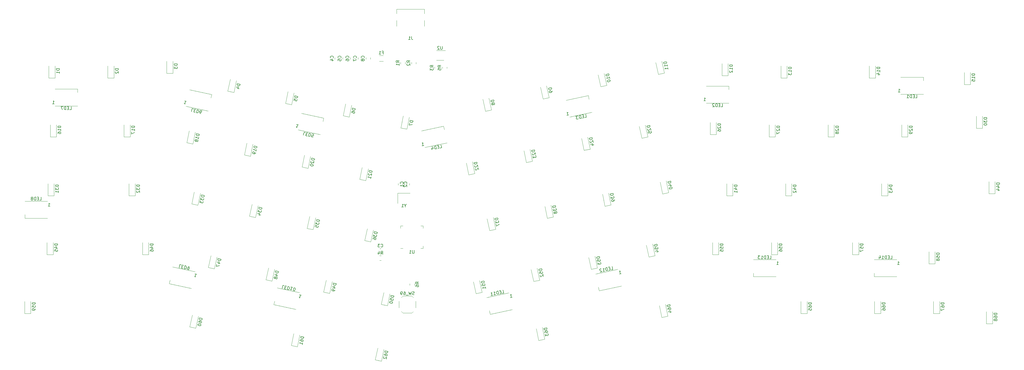
<source format=gbr>
G04 #@! TF.GenerationSoftware,KiCad,Pcbnew,(6.0.1)*
G04 #@! TF.CreationDate,2022-08-01T23:00:38+09:00*
G04 #@! TF.ProjectId,Skeleton68_underglow,536b656c-6574-46f6-9e36-385f756e6465,rev?*
G04 #@! TF.SameCoordinates,Original*
G04 #@! TF.FileFunction,Legend,Bot*
G04 #@! TF.FilePolarity,Positive*
%FSLAX46Y46*%
G04 Gerber Fmt 4.6, Leading zero omitted, Abs format (unit mm)*
G04 Created by KiCad (PCBNEW (6.0.1)) date 2022-08-01 23:00:38*
%MOMM*%
%LPD*%
G01*
G04 APERTURE LIST*
%ADD10C,0.150000*%
%ADD11C,0.120000*%
G04 APERTURE END LIST*
D10*
X186180826Y-66592571D02*
X185202678Y-66800482D01*
X185252181Y-67033375D01*
X185328461Y-67163209D01*
X185441419Y-67236565D01*
X185544476Y-67263342D01*
X185740691Y-67270319D01*
X185880426Y-67240617D01*
X186056839Y-67154436D01*
X186140096Y-67088057D01*
X186213452Y-66975099D01*
X186230328Y-66825463D01*
X186180826Y-66592571D01*
X185390789Y-67685473D02*
X185519496Y-68290993D01*
X185822820Y-67885739D01*
X185852521Y-68025475D01*
X185918901Y-68108731D01*
X185975380Y-68145409D01*
X186078437Y-68172186D01*
X186311330Y-68122683D01*
X186394586Y-68056304D01*
X186431264Y-67999825D01*
X186458041Y-67896767D01*
X186398638Y-67617297D01*
X186332258Y-67534040D01*
X186275779Y-67497362D01*
X185588800Y-68617042D02*
X185727408Y-69269140D01*
X186616450Y-68642023D01*
X44480380Y-18311904D02*
X43480380Y-18311904D01*
X43480380Y-18550000D01*
X43528000Y-18692857D01*
X43623238Y-18788095D01*
X43718476Y-18835714D01*
X43908952Y-18883333D01*
X44051809Y-18883333D01*
X44242285Y-18835714D01*
X44337523Y-18788095D01*
X44432761Y-18692857D01*
X44480380Y-18550000D01*
X44480380Y-18311904D01*
X44480380Y-19835714D02*
X44480380Y-19264285D01*
X44480380Y-19550000D02*
X43480380Y-19550000D01*
X43623238Y-19454761D01*
X43718476Y-19359523D01*
X43766095Y-19264285D01*
X347532380Y-97405714D02*
X346532380Y-97405714D01*
X346532380Y-97643809D01*
X346580000Y-97786666D01*
X346675238Y-97881904D01*
X346770476Y-97929523D01*
X346960952Y-97977142D01*
X347103809Y-97977142D01*
X347294285Y-97929523D01*
X347389523Y-97881904D01*
X347484761Y-97786666D01*
X347532380Y-97643809D01*
X347532380Y-97405714D01*
X346532380Y-98834285D02*
X346532380Y-98643809D01*
X346580000Y-98548571D01*
X346627619Y-98500952D01*
X346770476Y-98405714D01*
X346960952Y-98358095D01*
X347341904Y-98358095D01*
X347437142Y-98405714D01*
X347484761Y-98453333D01*
X347532380Y-98548571D01*
X347532380Y-98739047D01*
X347484761Y-98834285D01*
X347437142Y-98881904D01*
X347341904Y-98929523D01*
X347103809Y-98929523D01*
X347008571Y-98881904D01*
X346960952Y-98834285D01*
X346913333Y-98739047D01*
X346913333Y-98548571D01*
X346960952Y-98453333D01*
X347008571Y-98405714D01*
X347103809Y-98358095D01*
X346960952Y-99500952D02*
X346913333Y-99405714D01*
X346865714Y-99358095D01*
X346770476Y-99310476D01*
X346722857Y-99310476D01*
X346627619Y-99358095D01*
X346580000Y-99405714D01*
X346532380Y-99500952D01*
X346532380Y-99691428D01*
X346580000Y-99786666D01*
X346627619Y-99834285D01*
X346722857Y-99881904D01*
X346770476Y-99881904D01*
X346865714Y-99834285D01*
X346913333Y-99786666D01*
X346960952Y-99691428D01*
X346960952Y-99500952D01*
X347008571Y-99405714D01*
X347056190Y-99358095D01*
X347151428Y-99310476D01*
X347341904Y-99310476D01*
X347437142Y-99358095D01*
X347484761Y-99405714D01*
X347532380Y-99500952D01*
X347532380Y-99691428D01*
X347484761Y-99786666D01*
X347437142Y-99834285D01*
X347341904Y-99881904D01*
X347151428Y-99881904D01*
X347056190Y-99834285D01*
X347008571Y-99786666D01*
X346960952Y-99691428D01*
X204814526Y-62631871D02*
X203836378Y-62839782D01*
X203885881Y-63072675D01*
X203962161Y-63202509D01*
X204075119Y-63275865D01*
X204178176Y-63302642D01*
X204374391Y-63309619D01*
X204514126Y-63279917D01*
X204690539Y-63193736D01*
X204773796Y-63127357D01*
X204847152Y-63014399D01*
X204864028Y-62864763D01*
X204814526Y-62631871D01*
X204024489Y-63724773D02*
X204153196Y-64330293D01*
X204456520Y-63925039D01*
X204486221Y-64064775D01*
X204552601Y-64148031D01*
X204609080Y-64184709D01*
X204712137Y-64211486D01*
X204945030Y-64161983D01*
X205028286Y-64095604D01*
X205064964Y-64039125D01*
X205091741Y-63936067D01*
X205032338Y-63656597D01*
X204965958Y-63573340D01*
X204909479Y-63536662D01*
X204691209Y-64800129D02*
X204624829Y-64716873D01*
X204568350Y-64680195D01*
X204465293Y-64653418D01*
X204418714Y-64663318D01*
X204335458Y-64729698D01*
X204298780Y-64786177D01*
X204272003Y-64889234D01*
X204311605Y-65075548D01*
X204377984Y-65158805D01*
X204434463Y-65195482D01*
X204537521Y-65222260D01*
X204584099Y-65212359D01*
X204667356Y-65145980D01*
X204704034Y-65089501D01*
X204730811Y-64986443D01*
X204691209Y-64800129D01*
X204717986Y-64697072D01*
X204754664Y-64640593D01*
X204837920Y-64574213D01*
X205024234Y-64534611D01*
X205127292Y-64561388D01*
X205183771Y-64598066D01*
X205250150Y-64681323D01*
X205289752Y-64867636D01*
X205262975Y-64970694D01*
X205226297Y-65027173D01*
X205143041Y-65093553D01*
X204956727Y-65133155D01*
X204853669Y-65106377D01*
X204797190Y-65069700D01*
X204730811Y-64986443D01*
X235326126Y-36670771D02*
X234347978Y-36878682D01*
X234397481Y-37111575D01*
X234473761Y-37241409D01*
X234586719Y-37314765D01*
X234689776Y-37341542D01*
X234885991Y-37348519D01*
X235025726Y-37318817D01*
X235202139Y-37232636D01*
X235285396Y-37166257D01*
X235358752Y-37053299D01*
X235375628Y-36903663D01*
X235326126Y-36670771D01*
X234639146Y-37790450D02*
X234602468Y-37846929D01*
X234575691Y-37949987D01*
X234625194Y-38182879D01*
X234691573Y-38266135D01*
X234748052Y-38302813D01*
X234851110Y-38329591D01*
X234944267Y-38309790D01*
X235074101Y-38233509D01*
X235514236Y-37555761D01*
X235642943Y-38161281D01*
X234852906Y-39254184D02*
X234753901Y-38788399D01*
X235209785Y-38642815D01*
X235173107Y-38699294D01*
X235146330Y-38802351D01*
X235195832Y-39035244D01*
X235262212Y-39118500D01*
X235318691Y-39155178D01*
X235421748Y-39181955D01*
X235654641Y-39132453D01*
X235737897Y-39066073D01*
X235774575Y-39009594D01*
X235801352Y-38906536D01*
X235751850Y-38673644D01*
X235685470Y-38590388D01*
X235628991Y-38553710D01*
X159141904Y-77072380D02*
X159141904Y-77881904D01*
X159094285Y-77977142D01*
X159046666Y-78024761D01*
X158951428Y-78072380D01*
X158760952Y-78072380D01*
X158665714Y-78024761D01*
X158618095Y-77977142D01*
X158570476Y-77881904D01*
X158570476Y-77072380D01*
X157570476Y-78072380D02*
X158141904Y-78072380D01*
X157856190Y-78072380D02*
X157856190Y-77072380D01*
X157951428Y-77215238D01*
X158046666Y-77310476D01*
X158141904Y-77358095D01*
X102888848Y-23374012D02*
X101910701Y-23166100D01*
X101861198Y-23398992D01*
X101878075Y-23548628D01*
X101951431Y-23661586D01*
X102034687Y-23727966D01*
X102211100Y-23814147D01*
X102350836Y-23843848D01*
X102547050Y-23836872D01*
X102650108Y-23810095D01*
X102763066Y-23736739D01*
X102839346Y-23606904D01*
X102888848Y-23374012D01*
X101939733Y-24632758D02*
X102591832Y-24771365D01*
X101616608Y-24320661D02*
X102364788Y-24236277D01*
X102236081Y-24841797D01*
X203513931Y-24443955D02*
X202535784Y-24651867D01*
X202585286Y-24884759D01*
X202661567Y-25014594D01*
X202774525Y-25087950D01*
X202877582Y-25114727D01*
X203073796Y-25121703D01*
X203213532Y-25092002D01*
X203389945Y-25005821D01*
X203473201Y-24939441D01*
X203546557Y-24826483D01*
X203563434Y-24676847D01*
X203513931Y-24443955D01*
X203731743Y-25468681D02*
X203771346Y-25654995D01*
X203744568Y-25758052D01*
X203707890Y-25814531D01*
X203587956Y-25937390D01*
X203411543Y-26023571D01*
X203038915Y-26102775D01*
X202935858Y-26075998D01*
X202879379Y-26039320D01*
X202812999Y-25956064D01*
X202773397Y-25769750D01*
X202800174Y-25666692D01*
X202836852Y-25610213D01*
X202920109Y-25543834D01*
X203153001Y-25494331D01*
X203256058Y-25521108D01*
X203312537Y-25557786D01*
X203378917Y-25641043D01*
X203418519Y-25827356D01*
X203391742Y-25930414D01*
X203355064Y-25986893D01*
X203271808Y-26053272D01*
X140156248Y-31295412D02*
X139178101Y-31087500D01*
X139128598Y-31320392D01*
X139145475Y-31470028D01*
X139218831Y-31582986D01*
X139302087Y-31649366D01*
X139478500Y-31735547D01*
X139618236Y-31765248D01*
X139814450Y-31758272D01*
X139917508Y-31731495D01*
X140030466Y-31658139D01*
X140106746Y-31528304D01*
X140156248Y-31295412D01*
X138881084Y-32484854D02*
X138920686Y-32298540D01*
X138987066Y-32215284D01*
X139043545Y-32178606D01*
X139203081Y-32115150D01*
X139399296Y-32108174D01*
X139771924Y-32187379D01*
X139855180Y-32253758D01*
X139891858Y-32310237D01*
X139918635Y-32413295D01*
X139879033Y-32599609D01*
X139812653Y-32682865D01*
X139756174Y-32719543D01*
X139653117Y-32746320D01*
X139420225Y-32696817D01*
X139336968Y-32630438D01*
X139300290Y-32573959D01*
X139273513Y-32470901D01*
X139313115Y-32284587D01*
X139379495Y-32201331D01*
X139435974Y-32164653D01*
X139539031Y-32137876D01*
X309656380Y-17835714D02*
X308656380Y-17835714D01*
X308656380Y-18073809D01*
X308704000Y-18216666D01*
X308799238Y-18311904D01*
X308894476Y-18359523D01*
X309084952Y-18407142D01*
X309227809Y-18407142D01*
X309418285Y-18359523D01*
X309513523Y-18311904D01*
X309608761Y-18216666D01*
X309656380Y-18073809D01*
X309656380Y-17835714D01*
X309656380Y-19359523D02*
X309656380Y-18788095D01*
X309656380Y-19073809D02*
X308656380Y-19073809D01*
X308799238Y-18978571D01*
X308894476Y-18883333D01*
X308942095Y-18788095D01*
X308989714Y-20216666D02*
X309656380Y-20216666D01*
X308608761Y-19978571D02*
X309323047Y-19740476D01*
X309323047Y-20359523D01*
X155527142Y-55563333D02*
X155574761Y-55515714D01*
X155622380Y-55372857D01*
X155622380Y-55277619D01*
X155574761Y-55134761D01*
X155479523Y-55039523D01*
X155384285Y-54991904D01*
X155193809Y-54944285D01*
X155050952Y-54944285D01*
X154860476Y-54991904D01*
X154765238Y-55039523D01*
X154670000Y-55134761D01*
X154622380Y-55277619D01*
X154622380Y-55372857D01*
X154670000Y-55515714D01*
X154717619Y-55563333D01*
X155622380Y-56515714D02*
X155622380Y-55944285D01*
X155622380Y-56230000D02*
X154622380Y-56230000D01*
X154765238Y-56134761D01*
X154860476Y-56039523D01*
X154908095Y-55944285D01*
X160562380Y-87953333D02*
X160086190Y-87620000D01*
X160562380Y-87381904D02*
X159562380Y-87381904D01*
X159562380Y-87762857D01*
X159610000Y-87858095D01*
X159657619Y-87905714D01*
X159752857Y-87953333D01*
X159895714Y-87953333D01*
X159990952Y-87905714D01*
X160038571Y-87858095D01*
X160086190Y-87762857D01*
X160086190Y-87381904D01*
X159562380Y-88810476D02*
X159562380Y-88620000D01*
X159610000Y-88524761D01*
X159657619Y-88477142D01*
X159800476Y-88381904D01*
X159990952Y-88334285D01*
X160371904Y-88334285D01*
X160467142Y-88381904D01*
X160514761Y-88429523D01*
X160562380Y-88524761D01*
X160562380Y-88715238D01*
X160514761Y-88810476D01*
X160467142Y-88858095D01*
X160371904Y-88905714D01*
X160133809Y-88905714D01*
X160038571Y-88858095D01*
X159990952Y-88810476D01*
X159943333Y-88715238D01*
X159943333Y-88524761D01*
X159990952Y-88429523D01*
X160038571Y-88381904D01*
X160133809Y-88334285D01*
X70388380Y-55935714D02*
X69388380Y-55935714D01*
X69388380Y-56173809D01*
X69436000Y-56316666D01*
X69531238Y-56411904D01*
X69626476Y-56459523D01*
X69816952Y-56507142D01*
X69959809Y-56507142D01*
X70150285Y-56459523D01*
X70245523Y-56411904D01*
X70340761Y-56316666D01*
X70388380Y-56173809D01*
X70388380Y-55935714D01*
X69388380Y-56840476D02*
X69388380Y-57459523D01*
X69769333Y-57126190D01*
X69769333Y-57269047D01*
X69816952Y-57364285D01*
X69864571Y-57411904D01*
X69959809Y-57459523D01*
X70197904Y-57459523D01*
X70293142Y-57411904D01*
X70340761Y-57364285D01*
X70388380Y-57269047D01*
X70388380Y-56983333D01*
X70340761Y-56888095D01*
X70293142Y-56840476D01*
X69483619Y-57840476D02*
X69436000Y-57888095D01*
X69388380Y-57983333D01*
X69388380Y-58221428D01*
X69436000Y-58316666D01*
X69483619Y-58364285D01*
X69578857Y-58411904D01*
X69674095Y-58411904D01*
X69816952Y-58364285D01*
X70388380Y-57792857D01*
X70388380Y-58411904D01*
X154302380Y-16333333D02*
X153826190Y-16000000D01*
X154302380Y-15761904D02*
X153302380Y-15761904D01*
X153302380Y-16142857D01*
X153350000Y-16238095D01*
X153397619Y-16285714D01*
X153492857Y-16333333D01*
X153635714Y-16333333D01*
X153730952Y-16285714D01*
X153778571Y-16238095D01*
X153826190Y-16142857D01*
X153826190Y-15761904D01*
X154302380Y-17285714D02*
X154302380Y-16714285D01*
X154302380Y-17000000D02*
X153302380Y-17000000D01*
X153445238Y-16904761D01*
X153540476Y-16809523D01*
X153588095Y-16714285D01*
X90674154Y-99167027D02*
X89696006Y-98959115D01*
X89646504Y-99192008D01*
X89663380Y-99341644D01*
X89736736Y-99454602D01*
X89819993Y-99520981D01*
X89996406Y-99607162D01*
X90136141Y-99636864D01*
X90332356Y-99629887D01*
X90435413Y-99603110D01*
X90548371Y-99529754D01*
X90624651Y-99399919D01*
X90674154Y-99167027D01*
X89398990Y-100356469D02*
X89438592Y-100170155D01*
X89504972Y-100086899D01*
X89561451Y-100050221D01*
X89720987Y-99986766D01*
X89917201Y-99979790D01*
X90289829Y-100058994D01*
X90373085Y-100125374D01*
X90409763Y-100181853D01*
X90436541Y-100284910D01*
X90396938Y-100471224D01*
X90330559Y-100554480D01*
X90274080Y-100591158D01*
X90171022Y-100617936D01*
X89938130Y-100568433D01*
X89854874Y-100502053D01*
X89818196Y-100445574D01*
X89791419Y-100342517D01*
X89831021Y-100156203D01*
X89897400Y-100072947D01*
X89953879Y-100036269D01*
X90056937Y-100009491D01*
X89250481Y-101055146D02*
X89230680Y-101148303D01*
X89257458Y-101251360D01*
X89294136Y-101307839D01*
X89377392Y-101374219D01*
X89553805Y-101460400D01*
X89786697Y-101509902D01*
X89982912Y-101502926D01*
X90085969Y-101476149D01*
X90142448Y-101439471D01*
X90208828Y-101356215D01*
X90228629Y-101263058D01*
X90201852Y-101160000D01*
X90165174Y-101103521D01*
X90081917Y-101037142D01*
X89905504Y-100950961D01*
X89672612Y-100901458D01*
X89476397Y-100908434D01*
X89373340Y-100935212D01*
X89316861Y-100971890D01*
X89250481Y-101055146D01*
X91339654Y-59383527D02*
X90361506Y-59175615D01*
X90312004Y-59408508D01*
X90328880Y-59558144D01*
X90402236Y-59671102D01*
X90485493Y-59737481D01*
X90661906Y-59823662D01*
X90801641Y-59853364D01*
X90997856Y-59846387D01*
X91100913Y-59819610D01*
X91213871Y-59746254D01*
X91290151Y-59616419D01*
X91339654Y-59383527D01*
X90173396Y-60060606D02*
X90044689Y-60666126D01*
X90486620Y-60419281D01*
X90456919Y-60559017D01*
X90483696Y-60662074D01*
X90520374Y-60718553D01*
X90603630Y-60784933D01*
X90836522Y-60834436D01*
X90939580Y-60807658D01*
X90996059Y-60770980D01*
X91062438Y-60687724D01*
X91121842Y-60408253D01*
X91095064Y-60305196D01*
X91058387Y-60248717D01*
X89975385Y-60992175D02*
X89846677Y-61597695D01*
X90288609Y-61350850D01*
X90258907Y-61490586D01*
X90285685Y-61593643D01*
X90322363Y-61650122D01*
X90405619Y-61716502D01*
X90638511Y-61766005D01*
X90741569Y-61739227D01*
X90798048Y-61702549D01*
X90864427Y-61619293D01*
X90923831Y-61339822D01*
X90897053Y-61236765D01*
X90860375Y-61180286D01*
X117141367Y-88522319D02*
X116675583Y-88423313D01*
X116467671Y-89401461D01*
X117358511Y-89103985D02*
X117684560Y-89173289D01*
X117933201Y-88690628D02*
X117467417Y-88591622D01*
X117259505Y-89569770D01*
X117725290Y-89668776D01*
X118352407Y-88779733D02*
X118144496Y-89757881D01*
X118377388Y-89807383D01*
X118527024Y-89790507D01*
X118639982Y-89717151D01*
X118706361Y-89633894D01*
X118792542Y-89457481D01*
X118822244Y-89317746D01*
X118815268Y-89121531D01*
X118788490Y-89018474D01*
X118715134Y-88905516D01*
X118585300Y-88829236D01*
X118352407Y-88779733D01*
X119842918Y-89096551D02*
X119283977Y-88977744D01*
X119563447Y-89037147D02*
X119355536Y-90015295D01*
X119292080Y-89855759D01*
X119218725Y-89742801D01*
X119135468Y-89676421D01*
X120240526Y-90203406D02*
X120333683Y-90223207D01*
X120436741Y-90196429D01*
X120493220Y-90159752D01*
X120559599Y-90076495D01*
X120645780Y-89900082D01*
X120695283Y-89667190D01*
X120688306Y-89470975D01*
X120661529Y-89367918D01*
X120624851Y-89311439D01*
X120541595Y-89245059D01*
X120448438Y-89225258D01*
X120345380Y-89252035D01*
X120288901Y-89288713D01*
X120222522Y-89371970D01*
X120136341Y-89548383D01*
X120086838Y-89781275D01*
X120093815Y-89977490D01*
X120120592Y-90080547D01*
X120157270Y-90137026D01*
X120240526Y-90203406D01*
X122645497Y-91634704D02*
X122086555Y-91515898D01*
X122366026Y-91575301D02*
X122158114Y-92553449D01*
X122094659Y-92393912D01*
X122021303Y-92280954D01*
X121938047Y-92214575D01*
X348322380Y-55285714D02*
X347322380Y-55285714D01*
X347322380Y-55523809D01*
X347370000Y-55666666D01*
X347465238Y-55761904D01*
X347560476Y-55809523D01*
X347750952Y-55857142D01*
X347893809Y-55857142D01*
X348084285Y-55809523D01*
X348179523Y-55761904D01*
X348274761Y-55666666D01*
X348322380Y-55523809D01*
X348322380Y-55285714D01*
X347655714Y-56714285D02*
X348322380Y-56714285D01*
X347274761Y-56476190D02*
X347989047Y-56238095D01*
X347989047Y-56857142D01*
X347655714Y-57666666D02*
X348322380Y-57666666D01*
X347274761Y-57428571D02*
X347989047Y-57190476D01*
X347989047Y-57809523D01*
X237657526Y-75126471D02*
X236679378Y-75334382D01*
X236728881Y-75567275D01*
X236805161Y-75697109D01*
X236918119Y-75770465D01*
X237021176Y-75797242D01*
X237217391Y-75804219D01*
X237357126Y-75774517D01*
X237533539Y-75688336D01*
X237616796Y-75621957D01*
X237690152Y-75508999D01*
X237707028Y-75359363D01*
X237657526Y-75126471D01*
X236986295Y-76778314D02*
X236887290Y-76312530D01*
X237343174Y-76166946D01*
X237306496Y-76223425D01*
X237279719Y-76326482D01*
X237329221Y-76559375D01*
X237395601Y-76642631D01*
X237452080Y-76679309D01*
X237555137Y-76706086D01*
X237788030Y-76656583D01*
X237871286Y-76590204D01*
X237907964Y-76533725D01*
X237934741Y-76430667D01*
X237885238Y-76197775D01*
X237818859Y-76114519D01*
X237762380Y-76077841D01*
X237500455Y-77594001D02*
X238152553Y-77455393D01*
X237078325Y-77440313D02*
X237727499Y-77058913D01*
X237856206Y-77664433D01*
X179425026Y-48552971D02*
X178446878Y-48760882D01*
X178496381Y-48993775D01*
X178572661Y-49123609D01*
X178685619Y-49196965D01*
X178788676Y-49223742D01*
X178984891Y-49230719D01*
X179124626Y-49201017D01*
X179301039Y-49114836D01*
X179384296Y-49048457D01*
X179457652Y-48935499D01*
X179474528Y-48785863D01*
X179425026Y-48552971D01*
X178738046Y-49672650D02*
X178701368Y-49729129D01*
X178674591Y-49832187D01*
X178724094Y-50065079D01*
X178790473Y-50148335D01*
X178846952Y-50185013D01*
X178950010Y-50211791D01*
X179043167Y-50191990D01*
X179173001Y-50115709D01*
X179613136Y-49437961D01*
X179741843Y-50043481D01*
X178936057Y-50604219D02*
X178899379Y-50660698D01*
X178872602Y-50763756D01*
X178922105Y-50996648D01*
X178988484Y-51079905D01*
X179044963Y-51116582D01*
X179148021Y-51143360D01*
X179241178Y-51123559D01*
X179371013Y-51047279D01*
X179811147Y-50369530D01*
X179939855Y-50975050D01*
X200390026Y-83047871D02*
X199411878Y-83255782D01*
X199461381Y-83488675D01*
X199537661Y-83618509D01*
X199650619Y-83691865D01*
X199753676Y-83718642D01*
X199949891Y-83725619D01*
X200089626Y-83695917D01*
X200266039Y-83609736D01*
X200349296Y-83543357D01*
X200422652Y-83430399D01*
X200439528Y-83280763D01*
X200390026Y-83047871D01*
X199718795Y-84699714D02*
X199619790Y-84233930D01*
X200075674Y-84088346D01*
X200038996Y-84144825D01*
X200012219Y-84247882D01*
X200061721Y-84480775D01*
X200128101Y-84564031D01*
X200184580Y-84600709D01*
X200287637Y-84627486D01*
X200520530Y-84577983D01*
X200603786Y-84511604D01*
X200640464Y-84455125D01*
X200667241Y-84352067D01*
X200617738Y-84119175D01*
X200551359Y-84035919D01*
X200494880Y-83999241D01*
X199901057Y-85099119D02*
X199864379Y-85155598D01*
X199837602Y-85258656D01*
X199887105Y-85491548D01*
X199953484Y-85574805D01*
X200009963Y-85611482D01*
X200113021Y-85638260D01*
X200206178Y-85618459D01*
X200336013Y-85542179D01*
X200776147Y-84864430D01*
X200904855Y-85469950D01*
X278033380Y-74985714D02*
X277033380Y-74985714D01*
X277033380Y-75223809D01*
X277081000Y-75366666D01*
X277176238Y-75461904D01*
X277271476Y-75509523D01*
X277461952Y-75557142D01*
X277604809Y-75557142D01*
X277795285Y-75509523D01*
X277890523Y-75461904D01*
X277985761Y-75366666D01*
X278033380Y-75223809D01*
X278033380Y-74985714D01*
X277033380Y-76461904D02*
X277033380Y-75985714D01*
X277509571Y-75938095D01*
X277461952Y-75985714D01*
X277414333Y-76080952D01*
X277414333Y-76319047D01*
X277461952Y-76414285D01*
X277509571Y-76461904D01*
X277604809Y-76509523D01*
X277842904Y-76509523D01*
X277938142Y-76461904D01*
X277985761Y-76414285D01*
X278033380Y-76319047D01*
X278033380Y-76080952D01*
X277985761Y-75985714D01*
X277938142Y-75938095D01*
X277033380Y-77366666D02*
X277033380Y-77176190D01*
X277081000Y-77080952D01*
X277128619Y-77033333D01*
X277271476Y-76938095D01*
X277461952Y-76890476D01*
X277842904Y-76890476D01*
X277938142Y-76938095D01*
X277985761Y-76985714D01*
X278033380Y-77080952D01*
X278033380Y-77271428D01*
X277985761Y-77366666D01*
X277938142Y-77414285D01*
X277842904Y-77461904D01*
X277604809Y-77461904D01*
X277509571Y-77414285D01*
X277461952Y-77366666D01*
X277414333Y-77271428D01*
X277414333Y-77080952D01*
X277461952Y-76985714D01*
X277509571Y-76938095D01*
X277604809Y-76890476D01*
X282605380Y-55935714D02*
X281605380Y-55935714D01*
X281605380Y-56173809D01*
X281653000Y-56316666D01*
X281748238Y-56411904D01*
X281843476Y-56459523D01*
X282033952Y-56507142D01*
X282176809Y-56507142D01*
X282367285Y-56459523D01*
X282462523Y-56411904D01*
X282557761Y-56316666D01*
X282605380Y-56173809D01*
X282605380Y-55935714D01*
X281938714Y-57364285D02*
X282605380Y-57364285D01*
X281557761Y-57126190D02*
X282272047Y-56888095D01*
X282272047Y-57507142D01*
X281700619Y-57840476D02*
X281653000Y-57888095D01*
X281605380Y-57983333D01*
X281605380Y-58221428D01*
X281653000Y-58316666D01*
X281700619Y-58364285D01*
X281795857Y-58411904D01*
X281891095Y-58411904D01*
X282033952Y-58364285D01*
X282605380Y-57792857D01*
X282605380Y-58411904D01*
X330420880Y-94035714D02*
X329420880Y-94035714D01*
X329420880Y-94273809D01*
X329468500Y-94416666D01*
X329563738Y-94511904D01*
X329658976Y-94559523D01*
X329849452Y-94607142D01*
X329992309Y-94607142D01*
X330182785Y-94559523D01*
X330278023Y-94511904D01*
X330373261Y-94416666D01*
X330420880Y-94273809D01*
X330420880Y-94035714D01*
X329420880Y-95464285D02*
X329420880Y-95273809D01*
X329468500Y-95178571D01*
X329516119Y-95130952D01*
X329658976Y-95035714D01*
X329849452Y-94988095D01*
X330230404Y-94988095D01*
X330325642Y-95035714D01*
X330373261Y-95083333D01*
X330420880Y-95178571D01*
X330420880Y-95369047D01*
X330373261Y-95464285D01*
X330325642Y-95511904D01*
X330230404Y-95559523D01*
X329992309Y-95559523D01*
X329897071Y-95511904D01*
X329849452Y-95464285D01*
X329801833Y-95369047D01*
X329801833Y-95178571D01*
X329849452Y-95083333D01*
X329897071Y-95035714D01*
X329992309Y-94988095D01*
X329420880Y-95892857D02*
X329420880Y-96559523D01*
X330420880Y-96130952D01*
X109973454Y-63344227D02*
X108995306Y-63136315D01*
X108945804Y-63369208D01*
X108962680Y-63518844D01*
X109036036Y-63631802D01*
X109119293Y-63698181D01*
X109295706Y-63784362D01*
X109435441Y-63814064D01*
X109631656Y-63807087D01*
X109734713Y-63780310D01*
X109847671Y-63706954D01*
X109923951Y-63577119D01*
X109973454Y-63344227D01*
X108807196Y-64021306D02*
X108678489Y-64626826D01*
X109120420Y-64379981D01*
X109090719Y-64519717D01*
X109117496Y-64622774D01*
X109154174Y-64679253D01*
X109237430Y-64745633D01*
X109470322Y-64795136D01*
X109573380Y-64768358D01*
X109629859Y-64731680D01*
X109696238Y-64648424D01*
X109755642Y-64368953D01*
X109728864Y-64265896D01*
X109692187Y-64209417D01*
X108826328Y-65534542D02*
X109478426Y-65673150D01*
X108503203Y-65222445D02*
X109251383Y-65138062D01*
X109122675Y-65743581D01*
X158790048Y-35256112D02*
X157811901Y-35048200D01*
X157762398Y-35281092D01*
X157779275Y-35430728D01*
X157852631Y-35543686D01*
X157935887Y-35610066D01*
X158112300Y-35696247D01*
X158252036Y-35725948D01*
X158448250Y-35718972D01*
X158551308Y-35692195D01*
X158664266Y-35618839D01*
X158740546Y-35489004D01*
X158790048Y-35256112D01*
X157623790Y-35933191D02*
X157485183Y-36585289D01*
X158552435Y-36373995D01*
X43887980Y-74985714D02*
X42887980Y-74985714D01*
X42887980Y-75223809D01*
X42935600Y-75366666D01*
X43030838Y-75461904D01*
X43126076Y-75509523D01*
X43316552Y-75557142D01*
X43459409Y-75557142D01*
X43649885Y-75509523D01*
X43745123Y-75461904D01*
X43840361Y-75366666D01*
X43887980Y-75223809D01*
X43887980Y-74985714D01*
X43221314Y-76414285D02*
X43887980Y-76414285D01*
X42840361Y-76176190D02*
X43554647Y-75938095D01*
X43554647Y-76557142D01*
X42887980Y-77414285D02*
X42887980Y-76938095D01*
X43364171Y-76890476D01*
X43316552Y-76938095D01*
X43268933Y-77033333D01*
X43268933Y-77271428D01*
X43316552Y-77366666D01*
X43364171Y-77414285D01*
X43459409Y-77461904D01*
X43697504Y-77461904D01*
X43792742Y-77414285D01*
X43840361Y-77366666D01*
X43887980Y-77271428D01*
X43887980Y-77033333D01*
X43840361Y-76938095D01*
X43792742Y-76890476D01*
X82580380Y-16787904D02*
X81580380Y-16787904D01*
X81580380Y-17026000D01*
X81628000Y-17168857D01*
X81723238Y-17264095D01*
X81818476Y-17311714D01*
X82008952Y-17359333D01*
X82151809Y-17359333D01*
X82342285Y-17311714D01*
X82437523Y-17264095D01*
X82532761Y-17168857D01*
X82580380Y-17026000D01*
X82580380Y-16787904D01*
X81580380Y-17692666D02*
X81580380Y-18311714D01*
X81961333Y-17978380D01*
X81961333Y-18121238D01*
X82008952Y-18216476D01*
X82056571Y-18264095D01*
X82151809Y-18311714D01*
X82389904Y-18311714D01*
X82485142Y-18264095D01*
X82532761Y-18216476D01*
X82580380Y-18121238D01*
X82580380Y-17835523D01*
X82532761Y-17740285D01*
X82485142Y-17692666D01*
X156276190Y-62626190D02*
X156276190Y-63102380D01*
X156609523Y-62102380D02*
X156276190Y-62626190D01*
X155942857Y-62102380D01*
X155085714Y-63102380D02*
X155657142Y-63102380D01*
X155371428Y-63102380D02*
X155371428Y-62102380D01*
X155466666Y-62245238D01*
X155561904Y-62340476D01*
X155657142Y-62388095D01*
X96695854Y-79997527D02*
X95717706Y-79789615D01*
X95668204Y-80022508D01*
X95685080Y-80172144D01*
X95758436Y-80285102D01*
X95841693Y-80351481D01*
X96018106Y-80437662D01*
X96157841Y-80467364D01*
X96354056Y-80460387D01*
X96457113Y-80433610D01*
X96570071Y-80360254D01*
X96646351Y-80230419D01*
X96695854Y-79997527D01*
X95746739Y-81256273D02*
X96398837Y-81394881D01*
X95423614Y-80944176D02*
X96171794Y-80859792D01*
X96043086Y-81465312D01*
X95331585Y-81606175D02*
X95192977Y-82258274D01*
X96260230Y-82046979D01*
X148833333Y-13108571D02*
X149166666Y-13108571D01*
X149166666Y-13632380D02*
X149166666Y-12632380D01*
X148690476Y-12632380D01*
X147785714Y-13632380D02*
X148357142Y-13632380D01*
X148071428Y-13632380D02*
X148071428Y-12632380D01*
X148166666Y-12775238D01*
X148261904Y-12870476D01*
X148357142Y-12918095D01*
X168241904Y-11072380D02*
X168241904Y-11881904D01*
X168194285Y-11977142D01*
X168146666Y-12024761D01*
X168051428Y-12072380D01*
X167860952Y-12072380D01*
X167765714Y-12024761D01*
X167718095Y-11977142D01*
X167670476Y-11881904D01*
X167670476Y-11072380D01*
X167241904Y-11167619D02*
X167194285Y-11120000D01*
X167099047Y-11072380D01*
X166860952Y-11072380D01*
X166765714Y-11120000D01*
X166718095Y-11167619D01*
X166670476Y-11262857D01*
X166670476Y-11358095D01*
X166718095Y-11500952D01*
X167289523Y-12072380D01*
X166670476Y-12072380D01*
X83827152Y-81821324D02*
X83361367Y-81722319D01*
X83153456Y-82700466D01*
X84044295Y-82402991D02*
X84370344Y-82472295D01*
X84618986Y-81989634D02*
X84153201Y-81890628D01*
X83945290Y-82868776D01*
X84411074Y-82967781D01*
X85038192Y-82078739D02*
X84830280Y-83056886D01*
X85063173Y-83106389D01*
X85212808Y-83089512D01*
X85325766Y-83016156D01*
X85392146Y-82932900D01*
X85478327Y-82756487D01*
X85508028Y-82616751D01*
X85501052Y-82420537D01*
X85474275Y-82317479D01*
X85400919Y-82204521D01*
X85271084Y-82128241D01*
X85038192Y-82078739D01*
X86062918Y-82296551D02*
X86249232Y-82336153D01*
X86332488Y-82402533D01*
X86369166Y-82459012D01*
X86432621Y-82618548D01*
X86439598Y-82814762D01*
X86360393Y-83187390D01*
X86294014Y-83270646D01*
X86237535Y-83307324D01*
X86134477Y-83334102D01*
X85948163Y-83294500D01*
X85864907Y-83228120D01*
X85828229Y-83171641D01*
X85801452Y-83068583D01*
X85850954Y-82835691D01*
X85917334Y-82752435D01*
X85973813Y-82715757D01*
X86076870Y-82688980D01*
X86263184Y-82728582D01*
X86346441Y-82794961D01*
X86383119Y-82851440D01*
X86409896Y-82954498D01*
X88865497Y-84834704D02*
X88306555Y-84715898D01*
X88586026Y-84775301D02*
X88378114Y-85753449D01*
X88314659Y-85593912D01*
X88241303Y-85480954D01*
X88158047Y-85414575D01*
X148376666Y-78372380D02*
X148710000Y-77896190D01*
X148948095Y-78372380D02*
X148948095Y-77372380D01*
X148567142Y-77372380D01*
X148471904Y-77420000D01*
X148424285Y-77467619D01*
X148376666Y-77562857D01*
X148376666Y-77705714D01*
X148424285Y-77800952D01*
X148471904Y-77848571D01*
X148567142Y-77896190D01*
X148948095Y-77896190D01*
X147519523Y-77705714D02*
X147519523Y-78372380D01*
X147757619Y-77324761D02*
X147995714Y-78039047D01*
X147376666Y-78039047D01*
X277271380Y-36885714D02*
X276271380Y-36885714D01*
X276271380Y-37123809D01*
X276319000Y-37266666D01*
X276414238Y-37361904D01*
X276509476Y-37409523D01*
X276699952Y-37457142D01*
X276842809Y-37457142D01*
X277033285Y-37409523D01*
X277128523Y-37361904D01*
X277223761Y-37266666D01*
X277271380Y-37123809D01*
X277271380Y-36885714D01*
X276366619Y-37838095D02*
X276319000Y-37885714D01*
X276271380Y-37980952D01*
X276271380Y-38219047D01*
X276319000Y-38314285D01*
X276366619Y-38361904D01*
X276461857Y-38409523D01*
X276557095Y-38409523D01*
X276699952Y-38361904D01*
X277271380Y-37790476D01*
X277271380Y-38409523D01*
X276271380Y-38742857D02*
X276271380Y-39409523D01*
X277271380Y-38980952D01*
X124001770Y-38943358D02*
X123535985Y-38844353D01*
X123328074Y-39822500D01*
X124218913Y-39525025D02*
X124544962Y-39594329D01*
X124793604Y-39111668D02*
X124327819Y-39012662D01*
X124119908Y-39990810D01*
X124585692Y-40089815D01*
X125212810Y-39200773D02*
X125004898Y-40178920D01*
X125237791Y-40228423D01*
X125387426Y-40211546D01*
X125500384Y-40138190D01*
X125566764Y-40054934D01*
X125652945Y-39878521D01*
X125682646Y-39738785D01*
X125675670Y-39542571D01*
X125648893Y-39439513D01*
X125575537Y-39326555D01*
X125445702Y-39250275D01*
X125212810Y-39200773D01*
X126448830Y-40485837D02*
X125983046Y-40386832D01*
X126035473Y-39911147D01*
X126072151Y-39967626D01*
X126155407Y-40034005D01*
X126388299Y-40083508D01*
X126491357Y-40056731D01*
X126547836Y-40020053D01*
X126614216Y-39936796D01*
X126663718Y-39703904D01*
X126636941Y-39600847D01*
X126600263Y-39544368D01*
X126517007Y-39477988D01*
X126284114Y-39428485D01*
X126181057Y-39455263D01*
X126124578Y-39491941D01*
X121711555Y-36514110D02*
X121152613Y-36395304D01*
X121432084Y-36454707D02*
X121224172Y-37432855D01*
X121160717Y-37273318D01*
X121087361Y-37160360D01*
X121004105Y-37093981D01*
X132927142Y-14833333D02*
X132974761Y-14785714D01*
X133022380Y-14642857D01*
X133022380Y-14547619D01*
X132974761Y-14404761D01*
X132879523Y-14309523D01*
X132784285Y-14261904D01*
X132593809Y-14214285D01*
X132450952Y-14214285D01*
X132260476Y-14261904D01*
X132165238Y-14309523D01*
X132070000Y-14404761D01*
X132022380Y-14547619D01*
X132022380Y-14642857D01*
X132070000Y-14785714D01*
X132117619Y-14833333D01*
X132355714Y-15690476D02*
X133022380Y-15690476D01*
X131974761Y-15452380D02*
X132689047Y-15214285D01*
X132689047Y-15833333D01*
X340362380Y-19955714D02*
X339362380Y-19955714D01*
X339362380Y-20193809D01*
X339410000Y-20336666D01*
X339505238Y-20431904D01*
X339600476Y-20479523D01*
X339790952Y-20527142D01*
X339933809Y-20527142D01*
X340124285Y-20479523D01*
X340219523Y-20431904D01*
X340314761Y-20336666D01*
X340362380Y-20193809D01*
X340362380Y-19955714D01*
X340362380Y-21479523D02*
X340362380Y-20908095D01*
X340362380Y-21193809D02*
X339362380Y-21193809D01*
X339505238Y-21098571D01*
X339600476Y-21003333D01*
X339648095Y-20908095D01*
X339362380Y-22384285D02*
X339362380Y-21908095D01*
X339838571Y-21860476D01*
X339790952Y-21908095D01*
X339743333Y-22003333D01*
X339743333Y-22241428D01*
X339790952Y-22336666D01*
X339838571Y-22384285D01*
X339933809Y-22431904D01*
X340171904Y-22431904D01*
X340267142Y-22384285D01*
X340314761Y-22336666D01*
X340362380Y-22241428D01*
X340362380Y-22003333D01*
X340314761Y-21908095D01*
X340267142Y-21860476D01*
X159150476Y-91424761D02*
X159007619Y-91472380D01*
X158769523Y-91472380D01*
X158674285Y-91424761D01*
X158626666Y-91377142D01*
X158579047Y-91281904D01*
X158579047Y-91186666D01*
X158626666Y-91091428D01*
X158674285Y-91043809D01*
X158769523Y-90996190D01*
X158960000Y-90948571D01*
X159055238Y-90900952D01*
X159102857Y-90853333D01*
X159150476Y-90758095D01*
X159150476Y-90662857D01*
X159102857Y-90567619D01*
X159055238Y-90520000D01*
X158960000Y-90472380D01*
X158721904Y-90472380D01*
X158579047Y-90520000D01*
X158245714Y-90472380D02*
X158007619Y-91472380D01*
X157817142Y-90758095D01*
X157626666Y-91472380D01*
X157388571Y-90472380D01*
X157245714Y-91567619D02*
X156483809Y-91567619D01*
X155817142Y-90472380D02*
X156007619Y-90472380D01*
X156102857Y-90520000D01*
X156150476Y-90567619D01*
X156245714Y-90710476D01*
X156293333Y-90900952D01*
X156293333Y-91281904D01*
X156245714Y-91377142D01*
X156198095Y-91424761D01*
X156102857Y-91472380D01*
X155912380Y-91472380D01*
X155817142Y-91424761D01*
X155769523Y-91377142D01*
X155721904Y-91281904D01*
X155721904Y-91043809D01*
X155769523Y-90948571D01*
X155817142Y-90900952D01*
X155912380Y-90853333D01*
X156102857Y-90853333D01*
X156198095Y-90900952D01*
X156245714Y-90948571D01*
X156293333Y-91043809D01*
X155245714Y-91472380D02*
X155055238Y-91472380D01*
X154960000Y-91424761D01*
X154912380Y-91377142D01*
X154817142Y-91234285D01*
X154769523Y-91043809D01*
X154769523Y-90662857D01*
X154817142Y-90567619D01*
X154864761Y-90520000D01*
X154960000Y-90472380D01*
X155150476Y-90472380D01*
X155245714Y-90520000D01*
X155293333Y-90567619D01*
X155340952Y-90662857D01*
X155340952Y-90900952D01*
X155293333Y-90996190D01*
X155245714Y-91043809D01*
X155150476Y-91091428D01*
X154960000Y-91091428D01*
X154864761Y-91043809D01*
X154817142Y-90996190D01*
X154769523Y-90900952D01*
X148376666Y-75957142D02*
X148424285Y-76004761D01*
X148567142Y-76052380D01*
X148662380Y-76052380D01*
X148805238Y-76004761D01*
X148900476Y-75909523D01*
X148948095Y-75814285D01*
X148995714Y-75623809D01*
X148995714Y-75480952D01*
X148948095Y-75290476D01*
X148900476Y-75195238D01*
X148805238Y-75100000D01*
X148662380Y-75052380D01*
X148567142Y-75052380D01*
X148424285Y-75100000D01*
X148376666Y-75147619D01*
X148043333Y-75052380D02*
X147424285Y-75052380D01*
X147757619Y-75433333D01*
X147614761Y-75433333D01*
X147519523Y-75480952D01*
X147471904Y-75528571D01*
X147424285Y-75623809D01*
X147424285Y-75861904D01*
X147471904Y-75957142D01*
X147519523Y-76004761D01*
X147614761Y-76052380D01*
X147900476Y-76052380D01*
X147995714Y-76004761D01*
X148043333Y-75957142D01*
X328932380Y-77955714D02*
X327932380Y-77955714D01*
X327932380Y-78193809D01*
X327980000Y-78336666D01*
X328075238Y-78431904D01*
X328170476Y-78479523D01*
X328360952Y-78527142D01*
X328503809Y-78527142D01*
X328694285Y-78479523D01*
X328789523Y-78431904D01*
X328884761Y-78336666D01*
X328932380Y-78193809D01*
X328932380Y-77955714D01*
X327932380Y-79431904D02*
X327932380Y-78955714D01*
X328408571Y-78908095D01*
X328360952Y-78955714D01*
X328313333Y-79050952D01*
X328313333Y-79289047D01*
X328360952Y-79384285D01*
X328408571Y-79431904D01*
X328503809Y-79479523D01*
X328741904Y-79479523D01*
X328837142Y-79431904D01*
X328884761Y-79384285D01*
X328932380Y-79289047D01*
X328932380Y-79050952D01*
X328884761Y-78955714D01*
X328837142Y-78908095D01*
X328360952Y-80050952D02*
X328313333Y-79955714D01*
X328265714Y-79908095D01*
X328170476Y-79860476D01*
X328122857Y-79860476D01*
X328027619Y-79908095D01*
X327980000Y-79955714D01*
X327932380Y-80050952D01*
X327932380Y-80241428D01*
X327980000Y-80336666D01*
X328027619Y-80384285D01*
X328122857Y-80431904D01*
X328170476Y-80431904D01*
X328265714Y-80384285D01*
X328313333Y-80336666D01*
X328360952Y-80241428D01*
X328360952Y-80050952D01*
X328408571Y-79955714D01*
X328456190Y-79908095D01*
X328551428Y-79860476D01*
X328741904Y-79860476D01*
X328837142Y-79908095D01*
X328884761Y-79955714D01*
X328932380Y-80050952D01*
X328932380Y-80241428D01*
X328884761Y-80336666D01*
X328837142Y-80384285D01*
X328741904Y-80431904D01*
X328551428Y-80431904D01*
X328456190Y-80384285D01*
X328408571Y-80336666D01*
X328360952Y-80241428D01*
X108344054Y-43522327D02*
X107365906Y-43314415D01*
X107316404Y-43547308D01*
X107333280Y-43696944D01*
X107406636Y-43809902D01*
X107489893Y-43876281D01*
X107666306Y-43962462D01*
X107806041Y-43992164D01*
X108002256Y-43985187D01*
X108105313Y-43958410D01*
X108218271Y-43885054D01*
X108294551Y-43755219D01*
X108344054Y-43522327D01*
X108027236Y-45012838D02*
X108146043Y-44453896D01*
X108086640Y-44733367D02*
X107108492Y-44525455D01*
X107268028Y-44462000D01*
X107380986Y-44388644D01*
X107447366Y-44305388D01*
X107928231Y-45478622D02*
X107888628Y-45664936D01*
X107822249Y-45748193D01*
X107765770Y-45784870D01*
X107606233Y-45848326D01*
X107410019Y-45855302D01*
X107037391Y-45776097D01*
X106954135Y-45709718D01*
X106917457Y-45653239D01*
X106890680Y-45550181D01*
X106930282Y-45363868D01*
X106996662Y-45280611D01*
X107053141Y-45243933D01*
X107156198Y-45217156D01*
X107389090Y-45266659D01*
X107472347Y-45333038D01*
X107509025Y-45389517D01*
X107535802Y-45492575D01*
X107496200Y-45678889D01*
X107429820Y-45762145D01*
X107373341Y-45798823D01*
X107270284Y-45825600D01*
X198058726Y-44592271D02*
X197080578Y-44800182D01*
X197130081Y-45033075D01*
X197206361Y-45162909D01*
X197319319Y-45236265D01*
X197422376Y-45263042D01*
X197618591Y-45270019D01*
X197758326Y-45240317D01*
X197934739Y-45154136D01*
X198017996Y-45087757D01*
X198091352Y-44974799D01*
X198108228Y-44825163D01*
X198058726Y-44592271D01*
X197371746Y-45711950D02*
X197335068Y-45768429D01*
X197308291Y-45871487D01*
X197357794Y-46104379D01*
X197424173Y-46187635D01*
X197480652Y-46224313D01*
X197583710Y-46251091D01*
X197676867Y-46231290D01*
X197806701Y-46155009D01*
X198246836Y-45477261D01*
X198375543Y-46082781D01*
X197466700Y-46616742D02*
X197595407Y-47222262D01*
X197898731Y-46817008D01*
X197928432Y-46956744D01*
X197994812Y-47040000D01*
X198051291Y-47076678D01*
X198154348Y-47103455D01*
X198387241Y-47053953D01*
X198470497Y-46987573D01*
X198507175Y-46931094D01*
X198533952Y-46828036D01*
X198474549Y-46548566D01*
X198408169Y-46465309D01*
X198351690Y-46428631D01*
X344242380Y-34145714D02*
X343242380Y-34145714D01*
X343242380Y-34383809D01*
X343290000Y-34526666D01*
X343385238Y-34621904D01*
X343480476Y-34669523D01*
X343670952Y-34717142D01*
X343813809Y-34717142D01*
X344004285Y-34669523D01*
X344099523Y-34621904D01*
X344194761Y-34526666D01*
X344242380Y-34383809D01*
X344242380Y-34145714D01*
X343242380Y-35050476D02*
X343242380Y-35669523D01*
X343623333Y-35336190D01*
X343623333Y-35479047D01*
X343670952Y-35574285D01*
X343718571Y-35621904D01*
X343813809Y-35669523D01*
X344051904Y-35669523D01*
X344147142Y-35621904D01*
X344194761Y-35574285D01*
X344242380Y-35479047D01*
X344242380Y-35193333D01*
X344194761Y-35098095D01*
X344147142Y-35050476D01*
X343242380Y-36288571D02*
X343242380Y-36383809D01*
X343290000Y-36479047D01*
X343337619Y-36526666D01*
X343432857Y-36574285D01*
X343623333Y-36621904D01*
X343861428Y-36621904D01*
X344051904Y-36574285D01*
X344147142Y-36526666D01*
X344194761Y-36479047D01*
X344242380Y-36383809D01*
X344242380Y-36288571D01*
X344194761Y-36193333D01*
X344147142Y-36145714D01*
X344051904Y-36098095D01*
X343861428Y-36050476D01*
X343623333Y-36050476D01*
X343432857Y-36098095D01*
X343337619Y-36145714D01*
X343290000Y-36193333D01*
X343242380Y-36288571D01*
X313635980Y-55935714D02*
X312635980Y-55935714D01*
X312635980Y-56173809D01*
X312683600Y-56316666D01*
X312778838Y-56411904D01*
X312874076Y-56459523D01*
X313064552Y-56507142D01*
X313207409Y-56507142D01*
X313397885Y-56459523D01*
X313493123Y-56411904D01*
X313588361Y-56316666D01*
X313635980Y-56173809D01*
X313635980Y-55935714D01*
X312969314Y-57364285D02*
X313635980Y-57364285D01*
X312588361Y-57126190D02*
X313302647Y-56888095D01*
X313302647Y-57507142D01*
X312635980Y-57792857D02*
X312635980Y-58411904D01*
X313016933Y-58078571D01*
X313016933Y-58221428D01*
X313064552Y-58316666D01*
X313112171Y-58364285D01*
X313207409Y-58411904D01*
X313445504Y-58411904D01*
X313540742Y-58364285D01*
X313588361Y-58316666D01*
X313635980Y-58221428D01*
X313635980Y-57935714D01*
X313588361Y-57840476D01*
X313540742Y-57792857D01*
X157802380Y-16333333D02*
X157326190Y-16000000D01*
X157802380Y-15761904D02*
X156802380Y-15761904D01*
X156802380Y-16142857D01*
X156850000Y-16238095D01*
X156897619Y-16285714D01*
X156992857Y-16333333D01*
X157135714Y-16333333D01*
X157230952Y-16285714D01*
X157278571Y-16238095D01*
X157326190Y-16142857D01*
X157326190Y-15761904D01*
X156897619Y-16714285D02*
X156850000Y-16761904D01*
X156802380Y-16857142D01*
X156802380Y-17095238D01*
X156850000Y-17190476D01*
X156897619Y-17238095D01*
X156992857Y-17285714D01*
X157088095Y-17285714D01*
X157230952Y-17238095D01*
X157802380Y-16666666D01*
X157802380Y-17285714D01*
X240682326Y-16056771D02*
X239704178Y-16264682D01*
X239753681Y-16497575D01*
X239829961Y-16627409D01*
X239942919Y-16700765D01*
X240045976Y-16727542D01*
X240242191Y-16734519D01*
X240381926Y-16704817D01*
X240558339Y-16618636D01*
X240641596Y-16552257D01*
X240714952Y-16439299D01*
X240731828Y-16289663D01*
X240682326Y-16056771D01*
X240999143Y-17547281D02*
X240880337Y-16988340D01*
X240939740Y-17267810D02*
X239961593Y-17475722D01*
X240081527Y-17352864D01*
X240154883Y-17239906D01*
X240181660Y-17136848D01*
X241197155Y-18478850D02*
X241078348Y-17919909D01*
X241137751Y-18199380D02*
X240159604Y-18407291D01*
X240279538Y-18284433D01*
X240352894Y-18171475D01*
X240379671Y-18068417D01*
X184880131Y-28404655D02*
X183901984Y-28612567D01*
X183951486Y-28845459D01*
X184027767Y-28975294D01*
X184140725Y-29048650D01*
X184243782Y-29075427D01*
X184439996Y-29082403D01*
X184579732Y-29052702D01*
X184756145Y-28966521D01*
X184839401Y-28900141D01*
X184912757Y-28787183D01*
X184929634Y-28637547D01*
X184880131Y-28404655D01*
X184558803Y-29641345D02*
X184492424Y-29558088D01*
X184435945Y-29521411D01*
X184332887Y-29494633D01*
X184286309Y-29504534D01*
X184203052Y-29570913D01*
X184166374Y-29627392D01*
X184139597Y-29730450D01*
X184179199Y-29916764D01*
X184245579Y-30000020D01*
X184302058Y-30036698D01*
X184405115Y-30063475D01*
X184451694Y-30053575D01*
X184534950Y-29987195D01*
X184571628Y-29930716D01*
X184598405Y-29827659D01*
X184558803Y-29641345D01*
X184585580Y-29538287D01*
X184622258Y-29481808D01*
X184705515Y-29415429D01*
X184891829Y-29375826D01*
X184994886Y-29402604D01*
X185051365Y-29439282D01*
X185117745Y-29522538D01*
X185157347Y-29708852D01*
X185130569Y-29811909D01*
X185093892Y-29868388D01*
X185010635Y-29934768D01*
X184824321Y-29974370D01*
X184721264Y-29947593D01*
X184664785Y-29910915D01*
X184598405Y-29827659D01*
X263555380Y-55935714D02*
X262555380Y-55935714D01*
X262555380Y-56173809D01*
X262603000Y-56316666D01*
X262698238Y-56411904D01*
X262793476Y-56459523D01*
X262983952Y-56507142D01*
X263126809Y-56507142D01*
X263317285Y-56459523D01*
X263412523Y-56411904D01*
X263507761Y-56316666D01*
X263555380Y-56173809D01*
X263555380Y-55935714D01*
X262888714Y-57364285D02*
X263555380Y-57364285D01*
X262507761Y-57126190D02*
X263222047Y-56888095D01*
X263222047Y-57507142D01*
X263555380Y-58411904D02*
X263555380Y-57840476D01*
X263555380Y-58126190D02*
X262555380Y-58126190D01*
X262698238Y-58030952D01*
X262793476Y-57935714D01*
X262841095Y-57840476D01*
X167802380Y-17833333D02*
X167326190Y-17500000D01*
X167802380Y-17261904D02*
X166802380Y-17261904D01*
X166802380Y-17642857D01*
X166850000Y-17738095D01*
X166897619Y-17785714D01*
X166992857Y-17833333D01*
X167135714Y-17833333D01*
X167230952Y-17785714D01*
X167278571Y-17738095D01*
X167326190Y-17642857D01*
X167326190Y-17261904D01*
X166802380Y-18738095D02*
X166802380Y-18261904D01*
X167278571Y-18214285D01*
X167230952Y-18261904D01*
X167183333Y-18357142D01*
X167183333Y-18595238D01*
X167230952Y-18690476D01*
X167278571Y-18738095D01*
X167373809Y-18785714D01*
X167611904Y-18785714D01*
X167707142Y-18738095D01*
X167754761Y-18690476D01*
X167802380Y-18595238D01*
X167802380Y-18357142D01*
X167754761Y-18261904D01*
X167707142Y-18214285D01*
X152596954Y-91879727D02*
X151618806Y-91671815D01*
X151569304Y-91904708D01*
X151586180Y-92054344D01*
X151659536Y-92167302D01*
X151742793Y-92233681D01*
X151919206Y-92319862D01*
X152058941Y-92349564D01*
X152255156Y-92342587D01*
X152358213Y-92315810D01*
X152471171Y-92242454D01*
X152547451Y-92112619D01*
X152596954Y-91879727D01*
X151311889Y-93115748D02*
X151410895Y-92649963D01*
X151886580Y-92702390D01*
X151830101Y-92739068D01*
X151763721Y-92822324D01*
X151714219Y-93055217D01*
X151740996Y-93158274D01*
X151777674Y-93214753D01*
X151860930Y-93281133D01*
X152093822Y-93330636D01*
X152196880Y-93303858D01*
X152253359Y-93267180D01*
X152319738Y-93183924D01*
X152369241Y-92951032D01*
X152342464Y-92847974D01*
X152305786Y-92791495D01*
X151173281Y-93767846D02*
X151153480Y-93861003D01*
X151180258Y-93964060D01*
X151216936Y-94020539D01*
X151300192Y-94086919D01*
X151476605Y-94173100D01*
X151709497Y-94222602D01*
X151905712Y-94215626D01*
X152008769Y-94188849D01*
X152065248Y-94152171D01*
X152131628Y-94068915D01*
X152151429Y-93975758D01*
X152124652Y-93872700D01*
X152087974Y-93816221D01*
X152004717Y-93749842D01*
X151828304Y-93663661D01*
X151595412Y-93614158D01*
X151399197Y-93621134D01*
X151296140Y-93647912D01*
X151239661Y-93684590D01*
X151173281Y-93767846D01*
X258294047Y-30622380D02*
X258770238Y-30622380D01*
X258770238Y-29622380D01*
X257960714Y-30098571D02*
X257627380Y-30098571D01*
X257484523Y-30622380D02*
X257960714Y-30622380D01*
X257960714Y-29622380D01*
X257484523Y-29622380D01*
X257055952Y-30622380D02*
X257055952Y-29622380D01*
X256817857Y-29622380D01*
X256675000Y-29670000D01*
X256579761Y-29765238D01*
X256532142Y-29860476D01*
X256484523Y-30050952D01*
X256484523Y-30193809D01*
X256532142Y-30384285D01*
X256579761Y-30479523D01*
X256675000Y-30574761D01*
X256817857Y-30622380D01*
X257055952Y-30622380D01*
X256103571Y-29717619D02*
X256055952Y-29670000D01*
X255960714Y-29622380D01*
X255722619Y-29622380D01*
X255627380Y-29670000D01*
X255579761Y-29717619D01*
X255532142Y-29812857D01*
X255532142Y-29908095D01*
X255579761Y-30050952D01*
X256151190Y-30622380D01*
X255532142Y-30622380D01*
X252739285Y-28722380D02*
X253310714Y-28722380D01*
X253025000Y-28722380D02*
X253025000Y-27722380D01*
X253120238Y-27865238D01*
X253215476Y-27960476D01*
X253310714Y-28008095D01*
X121522548Y-27334712D02*
X120544401Y-27126800D01*
X120494898Y-27359692D01*
X120511775Y-27509328D01*
X120585131Y-27622286D01*
X120668387Y-27688666D01*
X120844800Y-27774847D01*
X120984536Y-27804548D01*
X121180750Y-27797572D01*
X121283808Y-27770795D01*
X121396766Y-27697439D01*
X121473046Y-27567604D01*
X121522548Y-27334712D01*
X120237484Y-28570732D02*
X120336489Y-28104948D01*
X120812174Y-28157375D01*
X120755695Y-28194053D01*
X120689316Y-28277309D01*
X120639813Y-28510201D01*
X120666590Y-28613259D01*
X120703268Y-28669738D01*
X120786525Y-28736117D01*
X121019417Y-28785620D01*
X121122474Y-28758843D01*
X121178953Y-28722165D01*
X121245333Y-28638909D01*
X121294836Y-28406016D01*
X121268058Y-28302959D01*
X121231380Y-28246480D01*
X63530380Y-18311904D02*
X62530380Y-18311904D01*
X62530380Y-18550000D01*
X62578000Y-18692857D01*
X62673238Y-18788095D01*
X62768476Y-18835714D01*
X62958952Y-18883333D01*
X63101809Y-18883333D01*
X63292285Y-18835714D01*
X63387523Y-18788095D01*
X63482761Y-18692857D01*
X63530380Y-18550000D01*
X63530380Y-18311904D01*
X62625619Y-19264285D02*
X62578000Y-19311904D01*
X62530380Y-19407142D01*
X62530380Y-19645238D01*
X62578000Y-19740476D01*
X62625619Y-19788095D01*
X62720857Y-19835714D01*
X62816095Y-19835714D01*
X62958952Y-19788095D01*
X63530380Y-19216666D01*
X63530380Y-19835714D01*
X274010238Y-79819880D02*
X274486428Y-79819880D01*
X274486428Y-78819880D01*
X273676904Y-79296071D02*
X273343571Y-79296071D01*
X273200714Y-79819880D02*
X273676904Y-79819880D01*
X273676904Y-78819880D01*
X273200714Y-78819880D01*
X272772142Y-79819880D02*
X272772142Y-78819880D01*
X272534047Y-78819880D01*
X272391190Y-78867500D01*
X272295952Y-78962738D01*
X272248333Y-79057976D01*
X272200714Y-79248452D01*
X272200714Y-79391309D01*
X272248333Y-79581785D01*
X272295952Y-79677023D01*
X272391190Y-79772261D01*
X272534047Y-79819880D01*
X272772142Y-79819880D01*
X271248333Y-79819880D02*
X271819761Y-79819880D01*
X271534047Y-79819880D02*
X271534047Y-78819880D01*
X271629285Y-78962738D01*
X271724523Y-79057976D01*
X271819761Y-79105595D01*
X270915000Y-78819880D02*
X270295952Y-78819880D01*
X270629285Y-79200833D01*
X270486428Y-79200833D01*
X270391190Y-79248452D01*
X270343571Y-79296071D01*
X270295952Y-79391309D01*
X270295952Y-79629404D01*
X270343571Y-79724642D01*
X270391190Y-79772261D01*
X270486428Y-79819880D01*
X270772142Y-79819880D01*
X270867380Y-79772261D01*
X270915000Y-79724642D01*
X276279285Y-81719880D02*
X276850714Y-81719880D01*
X276565000Y-81719880D02*
X276565000Y-80719880D01*
X276660238Y-80862738D01*
X276755476Y-80957976D01*
X276850714Y-81005595D01*
X311370880Y-94035714D02*
X310370880Y-94035714D01*
X310370880Y-94273809D01*
X310418500Y-94416666D01*
X310513738Y-94511904D01*
X310608976Y-94559523D01*
X310799452Y-94607142D01*
X310942309Y-94607142D01*
X311132785Y-94559523D01*
X311228023Y-94511904D01*
X311323261Y-94416666D01*
X311370880Y-94273809D01*
X311370880Y-94035714D01*
X310370880Y-95464285D02*
X310370880Y-95273809D01*
X310418500Y-95178571D01*
X310466119Y-95130952D01*
X310608976Y-95035714D01*
X310799452Y-94988095D01*
X311180404Y-94988095D01*
X311275642Y-95035714D01*
X311323261Y-95083333D01*
X311370880Y-95178571D01*
X311370880Y-95369047D01*
X311323261Y-95464285D01*
X311275642Y-95511904D01*
X311180404Y-95559523D01*
X310942309Y-95559523D01*
X310847071Y-95511904D01*
X310799452Y-95464285D01*
X310751833Y-95369047D01*
X310751833Y-95178571D01*
X310799452Y-95083333D01*
X310847071Y-95035714D01*
X310942309Y-94988095D01*
X310370880Y-96416666D02*
X310370880Y-96226190D01*
X310418500Y-96130952D01*
X310466119Y-96083333D01*
X310608976Y-95988095D01*
X310799452Y-95940476D01*
X311180404Y-95940476D01*
X311275642Y-95988095D01*
X311323261Y-96035714D01*
X311370880Y-96130952D01*
X311370880Y-96321428D01*
X311323261Y-96416666D01*
X311275642Y-96464285D01*
X311180404Y-96511904D01*
X310942309Y-96511904D01*
X310847071Y-96464285D01*
X310799452Y-96416666D01*
X310751833Y-96321428D01*
X310751833Y-96130952D01*
X310799452Y-96035714D01*
X310847071Y-95988095D01*
X310942309Y-95940476D01*
X187616742Y-90984809D02*
X188082527Y-90885804D01*
X187874615Y-89907656D01*
X187181787Y-90541750D02*
X186855738Y-90611054D01*
X186824908Y-91153119D02*
X187290693Y-91054113D01*
X187082781Y-90075965D01*
X186616997Y-90174971D01*
X186405702Y-91242224D02*
X186197791Y-90264076D01*
X185964898Y-90313579D01*
X185835063Y-90389859D01*
X185761708Y-90502817D01*
X185734930Y-90605874D01*
X185727954Y-90802089D01*
X185757656Y-90941824D01*
X185843836Y-91118238D01*
X185910216Y-91201494D01*
X186023174Y-91274850D01*
X186172810Y-91291726D01*
X186405702Y-91242224D01*
X184915192Y-91559041D02*
X185474133Y-91440235D01*
X185194662Y-91499638D02*
X184986751Y-90521491D01*
X185109609Y-90641425D01*
X185222567Y-90714781D01*
X185325625Y-90741558D01*
X183983622Y-91757053D02*
X184542564Y-91638246D01*
X184263093Y-91697649D02*
X184055181Y-90719502D01*
X184178040Y-90839436D01*
X184290998Y-90912792D01*
X184394056Y-90939569D01*
X190231238Y-92371528D02*
X190790180Y-92252722D01*
X190510709Y-92312125D02*
X190302797Y-91333977D01*
X190425656Y-91453912D01*
X190538614Y-91527267D01*
X190641671Y-91554045D01*
X214323840Y-34113349D02*
X214789624Y-34014343D01*
X214581712Y-33036196D01*
X213888884Y-33670290D02*
X213562835Y-33739594D01*
X213532006Y-34281658D02*
X213997790Y-34182653D01*
X213789879Y-33204505D01*
X213324094Y-33303511D01*
X213112800Y-34370763D02*
X212904888Y-33392616D01*
X212671996Y-33442118D01*
X212542161Y-33518399D01*
X212468805Y-33631357D01*
X212442028Y-33734414D01*
X212435051Y-33930628D01*
X212464753Y-34070364D01*
X212550934Y-34246777D01*
X212617313Y-34330033D01*
X212730271Y-34403389D01*
X212879907Y-34420266D01*
X213112800Y-34370763D01*
X212019897Y-33580726D02*
X211414377Y-33709433D01*
X211819631Y-34012757D01*
X211679896Y-34042459D01*
X211596639Y-34108838D01*
X211559961Y-34165317D01*
X211533184Y-34268375D01*
X211582687Y-34501267D01*
X211649066Y-34584524D01*
X211705545Y-34621201D01*
X211808603Y-34647979D01*
X212088074Y-34588575D01*
X212171330Y-34522196D01*
X212208008Y-34465717D01*
X208495430Y-33409768D02*
X209054372Y-33290962D01*
X208774901Y-33350365D02*
X208566989Y-32372217D01*
X208689848Y-32492152D01*
X208802806Y-32565507D01*
X208905863Y-32592285D01*
X202021826Y-102176671D02*
X201043678Y-102384582D01*
X201093181Y-102617475D01*
X201169461Y-102747309D01*
X201282419Y-102820665D01*
X201385476Y-102847442D01*
X201581691Y-102854419D01*
X201721426Y-102824717D01*
X201897839Y-102738536D01*
X201981096Y-102672157D01*
X202054452Y-102559199D01*
X202071328Y-102409563D01*
X202021826Y-102176671D01*
X201340695Y-103781936D02*
X201301093Y-103595622D01*
X201327870Y-103492565D01*
X201364548Y-103436086D01*
X201484482Y-103313227D01*
X201660895Y-103227046D01*
X202033523Y-103147842D01*
X202136580Y-103174619D01*
X202193059Y-103211297D01*
X202259439Y-103294554D01*
X202299041Y-103480867D01*
X202272264Y-103583925D01*
X202235586Y-103640404D01*
X202152330Y-103706783D01*
X201919437Y-103756286D01*
X201816380Y-103729509D01*
X201759901Y-103692831D01*
X201693521Y-103609575D01*
X201653919Y-103423261D01*
X201680696Y-103320203D01*
X201717374Y-103263724D01*
X201800631Y-103197345D01*
X201429800Y-104201142D02*
X201558507Y-104806662D01*
X201861831Y-104401408D01*
X201891532Y-104541144D01*
X201957912Y-104624400D01*
X202014391Y-104661078D01*
X202117448Y-104687855D01*
X202350341Y-104638353D01*
X202433597Y-104571973D01*
X202470275Y-104515494D01*
X202497052Y-104412436D01*
X202437649Y-104132966D01*
X202371269Y-104049709D01*
X202314790Y-104013031D01*
X158293333Y-7907380D02*
X158293333Y-8621666D01*
X158340952Y-8764523D01*
X158436190Y-8859761D01*
X158579047Y-8907380D01*
X158674285Y-8907380D01*
X157293333Y-8907380D02*
X157864761Y-8907380D01*
X157579047Y-8907380D02*
X157579047Y-7907380D01*
X157674285Y-8050238D01*
X157769523Y-8145476D01*
X157864761Y-8193095D01*
X258221380Y-36123714D02*
X257221380Y-36123714D01*
X257221380Y-36361809D01*
X257269000Y-36504666D01*
X257364238Y-36599904D01*
X257459476Y-36647523D01*
X257649952Y-36695142D01*
X257792809Y-36695142D01*
X257983285Y-36647523D01*
X258078523Y-36599904D01*
X258173761Y-36504666D01*
X258221380Y-36361809D01*
X258221380Y-36123714D01*
X257316619Y-37076095D02*
X257269000Y-37123714D01*
X257221380Y-37218952D01*
X257221380Y-37457047D01*
X257269000Y-37552285D01*
X257316619Y-37599904D01*
X257411857Y-37647523D01*
X257507095Y-37647523D01*
X257649952Y-37599904D01*
X258221380Y-37028476D01*
X258221380Y-37647523D01*
X257221380Y-38504666D02*
X257221380Y-38314190D01*
X257269000Y-38218952D01*
X257316619Y-38171333D01*
X257459476Y-38076095D01*
X257649952Y-38028476D01*
X258030904Y-38028476D01*
X258126142Y-38076095D01*
X258173761Y-38123714D01*
X258221380Y-38218952D01*
X258221380Y-38409428D01*
X258173761Y-38504666D01*
X258126142Y-38552285D01*
X258030904Y-38599904D01*
X257792809Y-38599904D01*
X257697571Y-38552285D01*
X257649952Y-38504666D01*
X257602333Y-38409428D01*
X257602333Y-38218952D01*
X257649952Y-38123714D01*
X257697571Y-38076095D01*
X257792809Y-38028476D01*
X313062738Y-79819880D02*
X313538928Y-79819880D01*
X313538928Y-78819880D01*
X312729404Y-79296071D02*
X312396071Y-79296071D01*
X312253214Y-79819880D02*
X312729404Y-79819880D01*
X312729404Y-78819880D01*
X312253214Y-78819880D01*
X311824642Y-79819880D02*
X311824642Y-78819880D01*
X311586547Y-78819880D01*
X311443690Y-78867500D01*
X311348452Y-78962738D01*
X311300833Y-79057976D01*
X311253214Y-79248452D01*
X311253214Y-79391309D01*
X311300833Y-79581785D01*
X311348452Y-79677023D01*
X311443690Y-79772261D01*
X311586547Y-79819880D01*
X311824642Y-79819880D01*
X310300833Y-79819880D02*
X310872261Y-79819880D01*
X310586547Y-79819880D02*
X310586547Y-78819880D01*
X310681785Y-78962738D01*
X310777023Y-79057976D01*
X310872261Y-79105595D01*
X309443690Y-79153214D02*
X309443690Y-79819880D01*
X309681785Y-78772261D02*
X309919880Y-79486547D01*
X309300833Y-79486547D01*
X315331785Y-81719880D02*
X315903214Y-81719880D01*
X315617500Y-81719880D02*
X315617500Y-80719880D01*
X315712738Y-80862738D01*
X315807976Y-80957976D01*
X315903214Y-81005595D01*
X115329554Y-83958327D02*
X114351406Y-83750415D01*
X114301904Y-83983308D01*
X114318780Y-84132944D01*
X114392136Y-84245902D01*
X114475393Y-84312281D01*
X114651806Y-84398462D01*
X114791541Y-84428164D01*
X114987756Y-84421187D01*
X115090813Y-84394410D01*
X115203771Y-84321054D01*
X115280051Y-84191219D01*
X115329554Y-83958327D01*
X114380439Y-85217073D02*
X115032537Y-85355681D01*
X114057314Y-84904976D02*
X114805494Y-84820592D01*
X114676786Y-85426112D01*
X114334988Y-85888973D02*
X114308211Y-85785915D01*
X114271533Y-85729436D01*
X114188276Y-85663057D01*
X114141698Y-85653156D01*
X114038641Y-85679933D01*
X113982162Y-85716611D01*
X113915782Y-85799868D01*
X113876180Y-85986181D01*
X113902957Y-86089239D01*
X113939635Y-86145718D01*
X114022891Y-86212097D01*
X114069470Y-86221998D01*
X114172527Y-86195221D01*
X114229006Y-86158543D01*
X114295386Y-86075286D01*
X114334988Y-85888973D01*
X114401368Y-85805716D01*
X114457847Y-85769038D01*
X114560904Y-85742261D01*
X114747218Y-85781863D01*
X114830474Y-85848243D01*
X114867152Y-85904722D01*
X114893930Y-86007779D01*
X114854327Y-86194093D01*
X114787948Y-86277349D01*
X114731469Y-86314027D01*
X114628411Y-86340805D01*
X114442097Y-86301202D01*
X114358841Y-86234823D01*
X114322163Y-86178344D01*
X114295386Y-86075286D01*
X296321380Y-36885714D02*
X295321380Y-36885714D01*
X295321380Y-37123809D01*
X295369000Y-37266666D01*
X295464238Y-37361904D01*
X295559476Y-37409523D01*
X295749952Y-37457142D01*
X295892809Y-37457142D01*
X296083285Y-37409523D01*
X296178523Y-37361904D01*
X296273761Y-37266666D01*
X296321380Y-37123809D01*
X296321380Y-36885714D01*
X295416619Y-37838095D02*
X295369000Y-37885714D01*
X295321380Y-37980952D01*
X295321380Y-38219047D01*
X295369000Y-38314285D01*
X295416619Y-38361904D01*
X295511857Y-38409523D01*
X295607095Y-38409523D01*
X295749952Y-38361904D01*
X296321380Y-37790476D01*
X296321380Y-38409523D01*
X295749952Y-38980952D02*
X295702333Y-38885714D01*
X295654714Y-38838095D01*
X295559476Y-38790476D01*
X295511857Y-38790476D01*
X295416619Y-38838095D01*
X295369000Y-38885714D01*
X295321380Y-38980952D01*
X295321380Y-39171428D01*
X295369000Y-39266666D01*
X295416619Y-39314285D01*
X295511857Y-39361904D01*
X295559476Y-39361904D01*
X295654714Y-39314285D01*
X295702333Y-39266666D01*
X295749952Y-39171428D01*
X295749952Y-38980952D01*
X295797571Y-38885714D01*
X295845190Y-38838095D01*
X295940428Y-38790476D01*
X296130904Y-38790476D01*
X296226142Y-38838095D01*
X296273761Y-38885714D01*
X296321380Y-38980952D01*
X296321380Y-39171428D01*
X296273761Y-39266666D01*
X296226142Y-39314285D01*
X296130904Y-39361904D01*
X295940428Y-39361904D01*
X295845190Y-39314285D01*
X295797571Y-39266666D01*
X295749952Y-39171428D01*
X222859242Y-83364809D02*
X223325027Y-83265804D01*
X223117115Y-82287656D01*
X222424287Y-82921750D02*
X222098238Y-82991054D01*
X222067408Y-83533119D02*
X222533193Y-83434113D01*
X222325281Y-82455965D01*
X221859497Y-82554971D01*
X221648202Y-83622224D02*
X221440291Y-82644076D01*
X221207398Y-82693579D01*
X221077563Y-82769859D01*
X221004208Y-82882817D01*
X220977430Y-82985874D01*
X220970454Y-83182089D01*
X221000156Y-83321824D01*
X221086336Y-83498238D01*
X221152716Y-83581494D01*
X221265674Y-83654850D01*
X221415310Y-83671726D01*
X221648202Y-83622224D01*
X220157692Y-83939041D02*
X220716633Y-83820235D01*
X220437162Y-83879638D02*
X220229251Y-82901491D01*
X220352109Y-83021425D01*
X220465067Y-83094781D01*
X220568125Y-83121558D01*
X219596953Y-83133255D02*
X219540474Y-83096577D01*
X219437417Y-83069800D01*
X219204525Y-83119303D01*
X219121268Y-83185682D01*
X219084590Y-83242161D01*
X219057813Y-83345219D01*
X219077614Y-83438376D01*
X219153894Y-83568211D01*
X219831642Y-84008345D01*
X219226122Y-84137053D01*
X225473738Y-84751528D02*
X226032680Y-84632722D01*
X225753209Y-84692125D02*
X225545297Y-83713977D01*
X225668156Y-83833912D01*
X225781114Y-83907267D01*
X225884171Y-83934045D01*
X44957180Y-36885714D02*
X43957180Y-36885714D01*
X43957180Y-37123809D01*
X44004800Y-37266666D01*
X44100038Y-37361904D01*
X44195276Y-37409523D01*
X44385752Y-37457142D01*
X44528609Y-37457142D01*
X44719085Y-37409523D01*
X44814323Y-37361904D01*
X44909561Y-37266666D01*
X44957180Y-37123809D01*
X44957180Y-36885714D01*
X44957180Y-38409523D02*
X44957180Y-37838095D01*
X44957180Y-38123809D02*
X43957180Y-38123809D01*
X44100038Y-38028571D01*
X44195276Y-37933333D01*
X44242895Y-37838095D01*
X43957180Y-39266666D02*
X43957180Y-39076190D01*
X44004800Y-38980952D01*
X44052419Y-38933333D01*
X44195276Y-38838095D01*
X44385752Y-38790476D01*
X44766704Y-38790476D01*
X44861942Y-38838095D01*
X44909561Y-38885714D01*
X44957180Y-38980952D01*
X44957180Y-39171428D01*
X44909561Y-39266666D01*
X44861942Y-39314285D01*
X44766704Y-39361904D01*
X44528609Y-39361904D01*
X44433371Y-39314285D01*
X44385752Y-39266666D01*
X44338133Y-39171428D01*
X44338133Y-38980952D01*
X44385752Y-38885714D01*
X44433371Y-38838095D01*
X44528609Y-38790476D01*
X150651254Y-109822127D02*
X149673106Y-109614215D01*
X149623604Y-109847108D01*
X149640480Y-109996744D01*
X149713836Y-110109702D01*
X149797093Y-110176081D01*
X149973506Y-110262262D01*
X150113241Y-110291964D01*
X150309456Y-110284987D01*
X150412513Y-110258210D01*
X150525471Y-110184854D01*
X150601751Y-110055019D01*
X150651254Y-109822127D01*
X149376090Y-111011569D02*
X149415692Y-110825255D01*
X149482072Y-110741999D01*
X149538551Y-110705321D01*
X149698087Y-110641866D01*
X149894301Y-110634890D01*
X150266929Y-110714094D01*
X150350185Y-110780474D01*
X150386863Y-110836953D01*
X150413641Y-110940010D01*
X150374038Y-111126324D01*
X150307659Y-111209580D01*
X150251180Y-111246258D01*
X150148122Y-111273036D01*
X149915230Y-111223533D01*
X149831974Y-111157153D01*
X149795296Y-111100674D01*
X149768519Y-110997617D01*
X149808121Y-110811303D01*
X149874500Y-110728047D01*
X149930979Y-110691369D01*
X150034037Y-110664591D01*
X149370241Y-111497155D02*
X149313762Y-111533833D01*
X149247383Y-111617089D01*
X149197880Y-111849981D01*
X149224657Y-111953039D01*
X149261335Y-112009518D01*
X149344591Y-112075897D01*
X149437748Y-112095699D01*
X149587384Y-112078822D01*
X150265132Y-111638687D01*
X150136425Y-112244207D01*
X258983380Y-74985714D02*
X257983380Y-74985714D01*
X257983380Y-75223809D01*
X258031000Y-75366666D01*
X258126238Y-75461904D01*
X258221476Y-75509523D01*
X258411952Y-75557142D01*
X258554809Y-75557142D01*
X258745285Y-75509523D01*
X258840523Y-75461904D01*
X258935761Y-75366666D01*
X258983380Y-75223809D01*
X258983380Y-74985714D01*
X257983380Y-76461904D02*
X257983380Y-75985714D01*
X258459571Y-75938095D01*
X258411952Y-75985714D01*
X258364333Y-76080952D01*
X258364333Y-76319047D01*
X258411952Y-76414285D01*
X258459571Y-76461904D01*
X258554809Y-76509523D01*
X258792904Y-76509523D01*
X258888142Y-76461904D01*
X258935761Y-76414285D01*
X258983380Y-76319047D01*
X258983380Y-76080952D01*
X258935761Y-75985714D01*
X258888142Y-75938095D01*
X257983380Y-77414285D02*
X257983380Y-76938095D01*
X258459571Y-76890476D01*
X258411952Y-76938095D01*
X258364333Y-77033333D01*
X258364333Y-77271428D01*
X258411952Y-77366666D01*
X258459571Y-77414285D01*
X258554809Y-77461904D01*
X258792904Y-77461904D01*
X258888142Y-77414285D01*
X258935761Y-77366666D01*
X258983380Y-77271428D01*
X258983380Y-77033333D01*
X258935761Y-76938095D01*
X258888142Y-76890476D01*
X89710354Y-39561527D02*
X88732206Y-39353615D01*
X88682704Y-39586508D01*
X88699580Y-39736144D01*
X88772936Y-39849102D01*
X88856193Y-39915481D01*
X89032606Y-40001662D01*
X89172341Y-40031364D01*
X89368556Y-40024387D01*
X89471613Y-39997610D01*
X89584571Y-39924254D01*
X89660851Y-39794419D01*
X89710354Y-39561527D01*
X89393536Y-41052038D02*
X89512343Y-40493096D01*
X89452940Y-40772567D02*
X88474792Y-40564655D01*
X88634328Y-40501200D01*
X88747286Y-40427844D01*
X88813666Y-40344588D01*
X88715788Y-41492173D02*
X88689011Y-41389115D01*
X88652333Y-41332636D01*
X88569076Y-41266257D01*
X88522498Y-41256356D01*
X88419441Y-41283133D01*
X88362962Y-41319811D01*
X88296582Y-41403068D01*
X88256980Y-41589381D01*
X88283757Y-41692439D01*
X88320435Y-41748918D01*
X88403691Y-41815297D01*
X88450270Y-41825198D01*
X88553327Y-41798421D01*
X88609806Y-41761743D01*
X88676186Y-41678486D01*
X88715788Y-41492173D01*
X88782168Y-41408916D01*
X88838647Y-41372238D01*
X88941704Y-41345461D01*
X89128018Y-41385063D01*
X89211274Y-41451443D01*
X89247952Y-41507922D01*
X89274730Y-41610979D01*
X89235127Y-41797293D01*
X89168748Y-41880549D01*
X89112269Y-41917227D01*
X89009211Y-41944005D01*
X88822897Y-41904402D01*
X88739641Y-41838023D01*
X88702963Y-41781544D01*
X88676186Y-41678486D01*
X44194880Y-55935714D02*
X43194880Y-55935714D01*
X43194880Y-56173809D01*
X43242500Y-56316666D01*
X43337738Y-56411904D01*
X43432976Y-56459523D01*
X43623452Y-56507142D01*
X43766309Y-56507142D01*
X43956785Y-56459523D01*
X44052023Y-56411904D01*
X44147261Y-56316666D01*
X44194880Y-56173809D01*
X44194880Y-55935714D01*
X43194880Y-56840476D02*
X43194880Y-57459523D01*
X43575833Y-57126190D01*
X43575833Y-57269047D01*
X43623452Y-57364285D01*
X43671071Y-57411904D01*
X43766309Y-57459523D01*
X44004404Y-57459523D01*
X44099642Y-57411904D01*
X44147261Y-57364285D01*
X44194880Y-57269047D01*
X44194880Y-56983333D01*
X44147261Y-56888095D01*
X44099642Y-56840476D01*
X44194880Y-58411904D02*
X44194880Y-57840476D01*
X44194880Y-58126190D02*
X43194880Y-58126190D01*
X43337738Y-58030952D01*
X43432976Y-57935714D01*
X43480595Y-57840476D01*
X242081926Y-54710471D02*
X241103778Y-54918382D01*
X241153281Y-55151275D01*
X241229561Y-55281109D01*
X241342519Y-55354465D01*
X241445576Y-55381242D01*
X241641791Y-55388219D01*
X241781526Y-55358517D01*
X241957939Y-55272336D01*
X242041196Y-55205957D01*
X242114552Y-55092999D01*
X242131428Y-54943363D01*
X242081926Y-54710471D01*
X241726844Y-56246432D02*
X242378942Y-56107824D01*
X241304714Y-56092744D02*
X241953888Y-55711344D01*
X242082595Y-56316864D01*
X241549303Y-57014413D02*
X241569104Y-57107570D01*
X241635484Y-57190826D01*
X241691963Y-57227504D01*
X241795020Y-57254281D01*
X241991235Y-57261258D01*
X242224127Y-57211755D01*
X242400540Y-57125574D01*
X242483797Y-57059195D01*
X242520474Y-57002716D01*
X242547252Y-56899658D01*
X242527451Y-56806501D01*
X242461071Y-56723245D01*
X242404592Y-56686567D01*
X242301535Y-56659790D01*
X242105320Y-56652813D01*
X241872428Y-56702316D01*
X241696015Y-56788497D01*
X241612758Y-56854876D01*
X241576080Y-56911355D01*
X241549303Y-57014413D01*
X156707142Y-55563333D02*
X156754761Y-55515714D01*
X156802380Y-55372857D01*
X156802380Y-55277619D01*
X156754761Y-55134761D01*
X156659523Y-55039523D01*
X156564285Y-54991904D01*
X156373809Y-54944285D01*
X156230952Y-54944285D01*
X156040476Y-54991904D01*
X155945238Y-55039523D01*
X155850000Y-55134761D01*
X155802380Y-55277619D01*
X155802380Y-55372857D01*
X155850000Y-55515714D01*
X155897619Y-55563333D01*
X155897619Y-55944285D02*
X155850000Y-55991904D01*
X155802380Y-56087142D01*
X155802380Y-56325238D01*
X155850000Y-56420476D01*
X155897619Y-56468095D01*
X155992857Y-56515714D01*
X156088095Y-56515714D01*
X156230952Y-56468095D01*
X156802380Y-55896666D01*
X156802380Y-56515714D01*
X304227380Y-74985714D02*
X303227380Y-74985714D01*
X303227380Y-75223809D01*
X303275000Y-75366666D01*
X303370238Y-75461904D01*
X303465476Y-75509523D01*
X303655952Y-75557142D01*
X303798809Y-75557142D01*
X303989285Y-75509523D01*
X304084523Y-75461904D01*
X304179761Y-75366666D01*
X304227380Y-75223809D01*
X304227380Y-74985714D01*
X303227380Y-76461904D02*
X303227380Y-75985714D01*
X303703571Y-75938095D01*
X303655952Y-75985714D01*
X303608333Y-76080952D01*
X303608333Y-76319047D01*
X303655952Y-76414285D01*
X303703571Y-76461904D01*
X303798809Y-76509523D01*
X304036904Y-76509523D01*
X304132142Y-76461904D01*
X304179761Y-76414285D01*
X304227380Y-76319047D01*
X304227380Y-76080952D01*
X304179761Y-75985714D01*
X304132142Y-75938095D01*
X303227380Y-76842857D02*
X303227380Y-77509523D01*
X304227380Y-77080952D01*
X321159047Y-27764880D02*
X321635238Y-27764880D01*
X321635238Y-26764880D01*
X320825714Y-27241071D02*
X320492380Y-27241071D01*
X320349523Y-27764880D02*
X320825714Y-27764880D01*
X320825714Y-26764880D01*
X320349523Y-26764880D01*
X319920952Y-27764880D02*
X319920952Y-26764880D01*
X319682857Y-26764880D01*
X319540000Y-26812500D01*
X319444761Y-26907738D01*
X319397142Y-27002976D01*
X319349523Y-27193452D01*
X319349523Y-27336309D01*
X319397142Y-27526785D01*
X319444761Y-27622023D01*
X319540000Y-27717261D01*
X319682857Y-27764880D01*
X319920952Y-27764880D01*
X318397142Y-27764880D02*
X318968571Y-27764880D01*
X318682857Y-27764880D02*
X318682857Y-26764880D01*
X318778095Y-26907738D01*
X318873333Y-27002976D01*
X318968571Y-27050595D01*
X315604285Y-25864880D02*
X316175714Y-25864880D01*
X315890000Y-25864880D02*
X315890000Y-24864880D01*
X315985238Y-25007738D01*
X316080476Y-25102976D01*
X316175714Y-25150595D01*
X222048626Y-20017471D02*
X221070478Y-20225382D01*
X221119981Y-20458275D01*
X221196261Y-20588109D01*
X221309219Y-20661465D01*
X221412276Y-20688242D01*
X221608491Y-20695219D01*
X221748226Y-20665517D01*
X221924639Y-20579336D01*
X222007896Y-20512957D01*
X222081252Y-20399999D01*
X222098128Y-20250363D01*
X222048626Y-20017471D01*
X222365443Y-21507981D02*
X222246637Y-20949040D01*
X222306040Y-21228510D02*
X221327893Y-21436422D01*
X221447827Y-21313564D01*
X221521183Y-21200606D01*
X221547960Y-21097548D01*
X221516003Y-22321413D02*
X221535804Y-22414570D01*
X221602184Y-22497826D01*
X221658663Y-22534504D01*
X221761720Y-22561281D01*
X221957935Y-22568258D01*
X222190827Y-22518755D01*
X222367240Y-22432574D01*
X222450497Y-22366195D01*
X222487174Y-22309716D01*
X222513952Y-22206658D01*
X222494151Y-22113501D01*
X222427771Y-22030245D01*
X222371292Y-21993567D01*
X222268235Y-21966790D01*
X222072020Y-21959813D01*
X221839128Y-22009316D01*
X221662715Y-22095497D01*
X221579458Y-22161876D01*
X221542780Y-22218355D01*
X221516003Y-22321413D01*
X241816726Y-94691771D02*
X240838578Y-94899682D01*
X240888081Y-95132575D01*
X240964361Y-95262409D01*
X241077319Y-95335765D01*
X241180376Y-95362542D01*
X241376591Y-95369519D01*
X241516326Y-95339817D01*
X241692739Y-95253636D01*
X241775996Y-95187257D01*
X241849352Y-95074299D01*
X241866228Y-94924663D01*
X241816726Y-94691771D01*
X241135595Y-96297036D02*
X241095993Y-96110722D01*
X241122770Y-96007665D01*
X241159448Y-95951186D01*
X241279382Y-95828327D01*
X241455795Y-95742146D01*
X241828423Y-95662942D01*
X241931480Y-95689719D01*
X241987959Y-95726397D01*
X242054339Y-95809654D01*
X242093941Y-95995967D01*
X242067164Y-96099025D01*
X242030486Y-96155504D01*
X241947230Y-96221883D01*
X241714337Y-96271386D01*
X241611280Y-96244609D01*
X241554801Y-96207931D01*
X241488421Y-96124675D01*
X241448819Y-95938361D01*
X241475596Y-95835303D01*
X241512274Y-95778824D01*
X241595531Y-95712445D01*
X241659655Y-97159301D02*
X242311753Y-97020693D01*
X241237525Y-97005613D02*
X241886699Y-96624213D01*
X242015406Y-97229733D01*
X142927142Y-14833333D02*
X142974761Y-14785714D01*
X143022380Y-14642857D01*
X143022380Y-14547619D01*
X142974761Y-14404761D01*
X142879523Y-14309523D01*
X142784285Y-14261904D01*
X142593809Y-14214285D01*
X142450952Y-14214285D01*
X142260476Y-14261904D01*
X142165238Y-14309523D01*
X142070000Y-14404761D01*
X142022380Y-14547619D01*
X142022380Y-14642857D01*
X142070000Y-14785714D01*
X142117619Y-14833333D01*
X142450952Y-15404761D02*
X142403333Y-15309523D01*
X142355714Y-15261904D01*
X142260476Y-15214285D01*
X142212857Y-15214285D01*
X142117619Y-15261904D01*
X142070000Y-15309523D01*
X142022380Y-15404761D01*
X142022380Y-15595238D01*
X142070000Y-15690476D01*
X142117619Y-15738095D01*
X142212857Y-15785714D01*
X142260476Y-15785714D01*
X142355714Y-15738095D01*
X142403333Y-15690476D01*
X142450952Y-15595238D01*
X142450952Y-15404761D01*
X142498571Y-15309523D01*
X142546190Y-15261904D01*
X142641428Y-15214285D01*
X142831904Y-15214285D01*
X142927142Y-15261904D01*
X142974761Y-15309523D01*
X143022380Y-15404761D01*
X143022380Y-15595238D01*
X142974761Y-15690476D01*
X142927142Y-15738095D01*
X142831904Y-15785714D01*
X142641428Y-15785714D01*
X142546190Y-15738095D01*
X142498571Y-15690476D01*
X142450952Y-15595238D01*
X133963254Y-87919027D02*
X132985106Y-87711115D01*
X132935604Y-87944008D01*
X132952480Y-88093644D01*
X133025836Y-88206602D01*
X133109093Y-88272981D01*
X133285506Y-88359162D01*
X133425241Y-88388864D01*
X133621456Y-88381887D01*
X133724513Y-88355110D01*
X133837471Y-88281754D01*
X133913751Y-88151919D01*
X133963254Y-87919027D01*
X133014139Y-89177773D02*
X133666237Y-89316381D01*
X132691014Y-88865676D02*
X133439194Y-88781292D01*
X133310486Y-89386812D01*
X133547431Y-89875322D02*
X133507828Y-90061636D01*
X133441449Y-90144893D01*
X133384970Y-90181570D01*
X133225433Y-90245026D01*
X133029219Y-90252002D01*
X132656591Y-90172797D01*
X132573335Y-90106418D01*
X132536657Y-90049939D01*
X132509880Y-89946881D01*
X132549482Y-89760568D01*
X132615862Y-89677311D01*
X132672341Y-89640633D01*
X132775398Y-89613856D01*
X133008290Y-89663359D01*
X133091547Y-89729738D01*
X133128225Y-89786217D01*
X133155002Y-89889275D01*
X133115400Y-90075589D01*
X133049020Y-90158845D01*
X132992541Y-90195523D01*
X132889484Y-90222300D01*
X36670380Y-94035714D02*
X35670380Y-94035714D01*
X35670380Y-94273809D01*
X35718000Y-94416666D01*
X35813238Y-94511904D01*
X35908476Y-94559523D01*
X36098952Y-94607142D01*
X36241809Y-94607142D01*
X36432285Y-94559523D01*
X36527523Y-94511904D01*
X36622761Y-94416666D01*
X36670380Y-94273809D01*
X36670380Y-94035714D01*
X35670380Y-95511904D02*
X35670380Y-95035714D01*
X36146571Y-94988095D01*
X36098952Y-95035714D01*
X36051333Y-95130952D01*
X36051333Y-95369047D01*
X36098952Y-95464285D01*
X36146571Y-95511904D01*
X36241809Y-95559523D01*
X36479904Y-95559523D01*
X36575142Y-95511904D01*
X36622761Y-95464285D01*
X36670380Y-95369047D01*
X36670380Y-95130952D01*
X36622761Y-95035714D01*
X36575142Y-94988095D01*
X36670380Y-96035714D02*
X36670380Y-96226190D01*
X36622761Y-96321428D01*
X36575142Y-96369047D01*
X36432285Y-96464285D01*
X36241809Y-96511904D01*
X35860857Y-96511904D01*
X35765619Y-96464285D01*
X35718000Y-96416666D01*
X35670380Y-96321428D01*
X35670380Y-96130952D01*
X35718000Y-96035714D01*
X35765619Y-95988095D01*
X35860857Y-95940476D01*
X36098952Y-95940476D01*
X36194190Y-95988095D01*
X36241809Y-96035714D01*
X36289428Y-96130952D01*
X36289428Y-96321428D01*
X36241809Y-96416666D01*
X36194190Y-96464285D01*
X36098952Y-96511904D01*
X38089047Y-60892380D02*
X38565238Y-60892380D01*
X38565238Y-59892380D01*
X37755714Y-60368571D02*
X37422380Y-60368571D01*
X37279523Y-60892380D02*
X37755714Y-60892380D01*
X37755714Y-59892380D01*
X37279523Y-59892380D01*
X36850952Y-60892380D02*
X36850952Y-59892380D01*
X36612857Y-59892380D01*
X36470000Y-59940000D01*
X36374761Y-60035238D01*
X36327142Y-60130476D01*
X36279523Y-60320952D01*
X36279523Y-60463809D01*
X36327142Y-60654285D01*
X36374761Y-60749523D01*
X36470000Y-60844761D01*
X36612857Y-60892380D01*
X36850952Y-60892380D01*
X35708095Y-60320952D02*
X35803333Y-60273333D01*
X35850952Y-60225714D01*
X35898571Y-60130476D01*
X35898571Y-60082857D01*
X35850952Y-59987619D01*
X35803333Y-59940000D01*
X35708095Y-59892380D01*
X35517619Y-59892380D01*
X35422380Y-59940000D01*
X35374761Y-59987619D01*
X35327142Y-60082857D01*
X35327142Y-60130476D01*
X35374761Y-60225714D01*
X35422380Y-60273333D01*
X35517619Y-60320952D01*
X35708095Y-60320952D01*
X35803333Y-60368571D01*
X35850952Y-60416190D01*
X35898571Y-60511428D01*
X35898571Y-60701904D01*
X35850952Y-60797142D01*
X35803333Y-60844761D01*
X35708095Y-60892380D01*
X35517619Y-60892380D01*
X35422380Y-60844761D01*
X35374761Y-60797142D01*
X35327142Y-60701904D01*
X35327142Y-60511428D01*
X35374761Y-60416190D01*
X35422380Y-60368571D01*
X35517619Y-60320952D01*
X40834285Y-62792380D02*
X41405714Y-62792380D01*
X41120000Y-62792380D02*
X41120000Y-61792380D01*
X41215238Y-61935238D01*
X41310476Y-62030476D01*
X41405714Y-62078095D01*
X287558880Y-94035714D02*
X286558880Y-94035714D01*
X286558880Y-94273809D01*
X286606500Y-94416666D01*
X286701738Y-94511904D01*
X286796976Y-94559523D01*
X286987452Y-94607142D01*
X287130309Y-94607142D01*
X287320785Y-94559523D01*
X287416023Y-94511904D01*
X287511261Y-94416666D01*
X287558880Y-94273809D01*
X287558880Y-94035714D01*
X286558880Y-95464285D02*
X286558880Y-95273809D01*
X286606500Y-95178571D01*
X286654119Y-95130952D01*
X286796976Y-95035714D01*
X286987452Y-94988095D01*
X287368404Y-94988095D01*
X287463642Y-95035714D01*
X287511261Y-95083333D01*
X287558880Y-95178571D01*
X287558880Y-95369047D01*
X287511261Y-95464285D01*
X287463642Y-95511904D01*
X287368404Y-95559523D01*
X287130309Y-95559523D01*
X287035071Y-95511904D01*
X286987452Y-95464285D01*
X286939833Y-95369047D01*
X286939833Y-95178571D01*
X286987452Y-95083333D01*
X287035071Y-95035714D01*
X287130309Y-94988095D01*
X286558880Y-96464285D02*
X286558880Y-95988095D01*
X287035071Y-95940476D01*
X286987452Y-95988095D01*
X286939833Y-96083333D01*
X286939833Y-96321428D01*
X286987452Y-96416666D01*
X287035071Y-96464285D01*
X287130309Y-96511904D01*
X287368404Y-96511904D01*
X287463642Y-96464285D01*
X287511261Y-96416666D01*
X287558880Y-96321428D01*
X287558880Y-96083333D01*
X287511261Y-95988095D01*
X287463642Y-95940476D01*
X320134380Y-36885714D02*
X319134380Y-36885714D01*
X319134380Y-37123809D01*
X319182000Y-37266666D01*
X319277238Y-37361904D01*
X319372476Y-37409523D01*
X319562952Y-37457142D01*
X319705809Y-37457142D01*
X319896285Y-37409523D01*
X319991523Y-37361904D01*
X320086761Y-37266666D01*
X320134380Y-37123809D01*
X320134380Y-36885714D01*
X319229619Y-37838095D02*
X319182000Y-37885714D01*
X319134380Y-37980952D01*
X319134380Y-38219047D01*
X319182000Y-38314285D01*
X319229619Y-38361904D01*
X319324857Y-38409523D01*
X319420095Y-38409523D01*
X319562952Y-38361904D01*
X320134380Y-37790476D01*
X320134380Y-38409523D01*
X320134380Y-38885714D02*
X320134380Y-39076190D01*
X320086761Y-39171428D01*
X320039142Y-39219047D01*
X319896285Y-39314285D01*
X319705809Y-39361904D01*
X319324857Y-39361904D01*
X319229619Y-39314285D01*
X319182000Y-39266666D01*
X319134380Y-39171428D01*
X319134380Y-38980952D01*
X319182000Y-38885714D01*
X319229619Y-38838095D01*
X319324857Y-38790476D01*
X319562952Y-38790476D01*
X319658190Y-38838095D01*
X319705809Y-38885714D01*
X319753428Y-38980952D01*
X319753428Y-39171428D01*
X319705809Y-39266666D01*
X319658190Y-39314285D01*
X319562952Y-39361904D01*
X281081380Y-17835714D02*
X280081380Y-17835714D01*
X280081380Y-18073809D01*
X280129000Y-18216666D01*
X280224238Y-18311904D01*
X280319476Y-18359523D01*
X280509952Y-18407142D01*
X280652809Y-18407142D01*
X280843285Y-18359523D01*
X280938523Y-18311904D01*
X281033761Y-18216666D01*
X281081380Y-18073809D01*
X281081380Y-17835714D01*
X281081380Y-19359523D02*
X281081380Y-18788095D01*
X281081380Y-19073809D02*
X280081380Y-19073809D01*
X280224238Y-18978571D01*
X280319476Y-18883333D01*
X280367095Y-18788095D01*
X280081380Y-19692857D02*
X280081380Y-20311904D01*
X280462333Y-19978571D01*
X280462333Y-20121428D01*
X280509952Y-20216666D01*
X280557571Y-20264285D01*
X280652809Y-20311904D01*
X280890904Y-20311904D01*
X280986142Y-20264285D01*
X281033761Y-20216666D01*
X281081380Y-20121428D01*
X281081380Y-19835714D01*
X281033761Y-19740476D01*
X280986142Y-19692857D01*
X140427142Y-14833333D02*
X140474761Y-14785714D01*
X140522380Y-14642857D01*
X140522380Y-14547619D01*
X140474761Y-14404761D01*
X140379523Y-14309523D01*
X140284285Y-14261904D01*
X140093809Y-14214285D01*
X139950952Y-14214285D01*
X139760476Y-14261904D01*
X139665238Y-14309523D01*
X139570000Y-14404761D01*
X139522380Y-14547619D01*
X139522380Y-14642857D01*
X139570000Y-14785714D01*
X139617619Y-14833333D01*
X139522380Y-15166666D02*
X139522380Y-15833333D01*
X140522380Y-15404761D01*
X262031380Y-17073714D02*
X261031380Y-17073714D01*
X261031380Y-17311809D01*
X261079000Y-17454666D01*
X261174238Y-17549904D01*
X261269476Y-17597523D01*
X261459952Y-17645142D01*
X261602809Y-17645142D01*
X261793285Y-17597523D01*
X261888523Y-17549904D01*
X261983761Y-17454666D01*
X262031380Y-17311809D01*
X262031380Y-17073714D01*
X262031380Y-18597523D02*
X262031380Y-18026095D01*
X262031380Y-18311809D02*
X261031380Y-18311809D01*
X261174238Y-18216571D01*
X261269476Y-18121333D01*
X261317095Y-18026095D01*
X261126619Y-18978476D02*
X261079000Y-19026095D01*
X261031380Y-19121333D01*
X261031380Y-19359428D01*
X261079000Y-19454666D01*
X261126619Y-19502285D01*
X261221857Y-19549904D01*
X261317095Y-19549904D01*
X261459952Y-19502285D01*
X262031380Y-18930857D01*
X262031380Y-19549904D01*
X165302380Y-17833333D02*
X164826190Y-17500000D01*
X165302380Y-17261904D02*
X164302380Y-17261904D01*
X164302380Y-17642857D01*
X164350000Y-17738095D01*
X164397619Y-17785714D01*
X164492857Y-17833333D01*
X164635714Y-17833333D01*
X164730952Y-17785714D01*
X164778571Y-17738095D01*
X164826190Y-17642857D01*
X164826190Y-17261904D01*
X164302380Y-18166666D02*
X164302380Y-18785714D01*
X164683333Y-18452380D01*
X164683333Y-18595238D01*
X164730952Y-18690476D01*
X164778571Y-18738095D01*
X164873809Y-18785714D01*
X165111904Y-18785714D01*
X165207142Y-18738095D01*
X165254761Y-18690476D01*
X165302380Y-18595238D01*
X165302380Y-18309523D01*
X165254761Y-18214285D01*
X165207142Y-18166666D01*
X145611454Y-51443727D02*
X144633306Y-51235815D01*
X144583804Y-51468708D01*
X144600680Y-51618344D01*
X144674036Y-51731302D01*
X144757293Y-51797681D01*
X144933706Y-51883862D01*
X145073441Y-51913564D01*
X145269656Y-51906587D01*
X145372713Y-51879810D01*
X145485671Y-51806454D01*
X145561951Y-51676619D01*
X145611454Y-51443727D01*
X144528452Y-52187186D02*
X144471973Y-52223864D01*
X144405594Y-52307120D01*
X144356091Y-52540012D01*
X144382868Y-52643070D01*
X144419546Y-52699549D01*
X144502802Y-52765928D01*
X144595959Y-52785729D01*
X144745595Y-52768853D01*
X145423343Y-52328718D01*
X145294636Y-52934238D01*
X145096625Y-53865807D02*
X145215432Y-53306865D01*
X145156028Y-53586336D02*
X144177881Y-53378424D01*
X144337417Y-53314969D01*
X144450375Y-53241613D01*
X144516755Y-53158357D01*
X219023826Y-79087171D02*
X218045678Y-79295082D01*
X218095181Y-79527975D01*
X218171461Y-79657809D01*
X218284419Y-79731165D01*
X218387476Y-79757942D01*
X218583691Y-79764919D01*
X218723426Y-79735217D01*
X218899839Y-79649036D01*
X218983096Y-79582657D01*
X219056452Y-79469699D01*
X219073328Y-79320063D01*
X219023826Y-79087171D01*
X218352595Y-80739014D02*
X218253590Y-80273230D01*
X218709474Y-80127646D01*
X218672796Y-80184125D01*
X218646019Y-80287182D01*
X218695521Y-80520075D01*
X218761901Y-80603331D01*
X218818380Y-80640009D01*
X218921437Y-80666786D01*
X219154330Y-80617283D01*
X219237586Y-80550904D01*
X219274264Y-80494425D01*
X219301041Y-80391367D01*
X219251538Y-80158475D01*
X219185159Y-80075219D01*
X219128680Y-80038541D01*
X218431800Y-81111642D02*
X218560507Y-81717162D01*
X218863831Y-81311908D01*
X218893532Y-81451644D01*
X218959912Y-81534900D01*
X219016391Y-81571578D01*
X219119448Y-81598355D01*
X219352341Y-81548853D01*
X219435597Y-81482473D01*
X219472275Y-81425994D01*
X219499052Y-81322936D01*
X219439649Y-81043466D01*
X219373269Y-80960209D01*
X219316790Y-80923531D01*
X126977754Y-47483027D02*
X125999606Y-47275115D01*
X125950104Y-47508008D01*
X125966980Y-47657644D01*
X126040336Y-47770602D01*
X126123593Y-47836981D01*
X126300006Y-47923162D01*
X126439741Y-47952864D01*
X126635956Y-47945887D01*
X126739013Y-47919110D01*
X126851971Y-47845754D01*
X126928251Y-47715919D01*
X126977754Y-47483027D01*
X125894752Y-48226486D02*
X125838273Y-48263164D01*
X125771894Y-48346420D01*
X125722391Y-48579312D01*
X125749168Y-48682370D01*
X125785846Y-48738849D01*
X125869102Y-48805228D01*
X125962259Y-48825029D01*
X126111895Y-48808153D01*
X126789643Y-48368018D01*
X126660936Y-48973538D01*
X125554081Y-49371146D02*
X125534280Y-49464303D01*
X125561058Y-49567360D01*
X125597736Y-49623839D01*
X125680992Y-49690219D01*
X125857405Y-49776400D01*
X126090297Y-49825902D01*
X126286512Y-49818926D01*
X126389569Y-49792149D01*
X126446048Y-49755471D01*
X126512428Y-49672215D01*
X126532229Y-49579058D01*
X126505452Y-49476000D01*
X126468774Y-49419521D01*
X126385517Y-49353142D01*
X126209104Y-49266961D01*
X125976212Y-49217458D01*
X125779997Y-49224434D01*
X125676940Y-49251212D01*
X125620461Y-49287890D01*
X125554081Y-49371146D01*
X167526340Y-43993349D02*
X167992124Y-43894343D01*
X167784212Y-42916196D01*
X167091384Y-43550290D02*
X166765335Y-43619594D01*
X166734506Y-44161658D02*
X167200290Y-44062653D01*
X166992379Y-43084505D01*
X166526594Y-43183511D01*
X166315300Y-44250763D02*
X166107388Y-43272616D01*
X165874496Y-43322118D01*
X165744661Y-43398399D01*
X165671305Y-43511357D01*
X165644528Y-43614414D01*
X165637551Y-43810628D01*
X165667253Y-43950364D01*
X165753434Y-44126777D01*
X165819813Y-44210033D01*
X165932771Y-44283389D01*
X166082407Y-44300266D01*
X166315300Y-44250763D01*
X164779338Y-43895682D02*
X164917946Y-44547780D01*
X164933026Y-43473551D02*
X165314427Y-44122725D01*
X164708907Y-44251432D01*
X161697930Y-43289768D02*
X162256872Y-43170962D01*
X161977401Y-43230365D02*
X161769489Y-42252217D01*
X161892348Y-42372152D01*
X162005306Y-42445507D01*
X162108363Y-42472285D01*
X128607154Y-67304927D02*
X127629006Y-67097015D01*
X127579504Y-67329908D01*
X127596380Y-67479544D01*
X127669736Y-67592502D01*
X127752993Y-67658881D01*
X127929406Y-67745062D01*
X128069141Y-67774764D01*
X128265356Y-67767787D01*
X128368413Y-67741010D01*
X128481371Y-67667654D01*
X128557651Y-67537819D01*
X128607154Y-67304927D01*
X127440896Y-67982006D02*
X127312189Y-68587526D01*
X127754120Y-68340681D01*
X127724419Y-68480417D01*
X127751196Y-68583474D01*
X127787874Y-68639953D01*
X127871130Y-68706333D01*
X128104022Y-68755836D01*
X128207080Y-68729058D01*
X128263559Y-68692380D01*
X128329938Y-68609124D01*
X128389342Y-68329653D01*
X128362564Y-68226596D01*
X128325887Y-68170117D01*
X127124078Y-69472517D02*
X127223084Y-69006732D01*
X127698769Y-69059159D01*
X127642290Y-69095837D01*
X127575910Y-69179094D01*
X127526407Y-69411986D01*
X127553185Y-69515043D01*
X127589863Y-69571522D01*
X127673119Y-69637902D01*
X127906011Y-69687405D01*
X128009069Y-69660627D01*
X128065548Y-69623949D01*
X128131927Y-69540693D01*
X128181430Y-69307801D01*
X128154653Y-69204743D01*
X128117975Y-69148264D01*
X135427142Y-14833333D02*
X135474761Y-14785714D01*
X135522380Y-14642857D01*
X135522380Y-14547619D01*
X135474761Y-14404761D01*
X135379523Y-14309523D01*
X135284285Y-14261904D01*
X135093809Y-14214285D01*
X134950952Y-14214285D01*
X134760476Y-14261904D01*
X134665238Y-14309523D01*
X134570000Y-14404761D01*
X134522380Y-14547619D01*
X134522380Y-14642857D01*
X134570000Y-14785714D01*
X134617619Y-14833333D01*
X134522380Y-15738095D02*
X134522380Y-15261904D01*
X134998571Y-15214285D01*
X134950952Y-15261904D01*
X134903333Y-15357142D01*
X134903333Y-15595238D01*
X134950952Y-15690476D01*
X134998571Y-15738095D01*
X135093809Y-15785714D01*
X135331904Y-15785714D01*
X135427142Y-15738095D01*
X135474761Y-15690476D01*
X135522380Y-15595238D01*
X135522380Y-15357142D01*
X135474761Y-15261904D01*
X135427142Y-15214285D01*
X47791547Y-31574880D02*
X48267738Y-31574880D01*
X48267738Y-30574880D01*
X47458214Y-31051071D02*
X47124880Y-31051071D01*
X46982023Y-31574880D02*
X47458214Y-31574880D01*
X47458214Y-30574880D01*
X46982023Y-30574880D01*
X46553452Y-31574880D02*
X46553452Y-30574880D01*
X46315357Y-30574880D01*
X46172500Y-30622500D01*
X46077261Y-30717738D01*
X46029642Y-30812976D01*
X45982023Y-31003452D01*
X45982023Y-31146309D01*
X46029642Y-31336785D01*
X46077261Y-31432023D01*
X46172500Y-31527261D01*
X46315357Y-31574880D01*
X46553452Y-31574880D01*
X45648690Y-30574880D02*
X44982023Y-30574880D01*
X45410595Y-31574880D01*
X42236785Y-29674880D02*
X42808214Y-29674880D01*
X42522500Y-29674880D02*
X42522500Y-28674880D01*
X42617738Y-28817738D01*
X42712976Y-28912976D01*
X42808214Y-28960595D01*
X74769880Y-74985714D02*
X73769880Y-74985714D01*
X73769880Y-75223809D01*
X73817500Y-75366666D01*
X73912738Y-75461904D01*
X74007976Y-75509523D01*
X74198452Y-75557142D01*
X74341309Y-75557142D01*
X74531785Y-75509523D01*
X74627023Y-75461904D01*
X74722261Y-75366666D01*
X74769880Y-75223809D01*
X74769880Y-74985714D01*
X74103214Y-76414285D02*
X74769880Y-76414285D01*
X73722261Y-76176190D02*
X74436547Y-75938095D01*
X74436547Y-76557142D01*
X73769880Y-77366666D02*
X73769880Y-77176190D01*
X73817500Y-77080952D01*
X73865119Y-77033333D01*
X74007976Y-76938095D01*
X74198452Y-76890476D01*
X74579404Y-76890476D01*
X74674642Y-76938095D01*
X74722261Y-76985714D01*
X74769880Y-77080952D01*
X74769880Y-77271428D01*
X74722261Y-77366666D01*
X74674642Y-77414285D01*
X74579404Y-77461904D01*
X74341309Y-77461904D01*
X74246071Y-77414285D01*
X74198452Y-77366666D01*
X74150833Y-77271428D01*
X74150833Y-77080952D01*
X74198452Y-76985714D01*
X74246071Y-76938095D01*
X74341309Y-76890476D01*
X68769180Y-36885714D02*
X67769180Y-36885714D01*
X67769180Y-37123809D01*
X67816800Y-37266666D01*
X67912038Y-37361904D01*
X68007276Y-37409523D01*
X68197752Y-37457142D01*
X68340609Y-37457142D01*
X68531085Y-37409523D01*
X68626323Y-37361904D01*
X68721561Y-37266666D01*
X68769180Y-37123809D01*
X68769180Y-36885714D01*
X68769180Y-38409523D02*
X68769180Y-37838095D01*
X68769180Y-38123809D02*
X67769180Y-38123809D01*
X67912038Y-38028571D01*
X68007276Y-37933333D01*
X68054895Y-37838095D01*
X67769180Y-38742857D02*
X67769180Y-39409523D01*
X68769180Y-38980952D01*
X137927142Y-14833333D02*
X137974761Y-14785714D01*
X138022380Y-14642857D01*
X138022380Y-14547619D01*
X137974761Y-14404761D01*
X137879523Y-14309523D01*
X137784285Y-14261904D01*
X137593809Y-14214285D01*
X137450952Y-14214285D01*
X137260476Y-14261904D01*
X137165238Y-14309523D01*
X137070000Y-14404761D01*
X137022380Y-14547619D01*
X137022380Y-14642857D01*
X137070000Y-14785714D01*
X137117619Y-14833333D01*
X137022380Y-15690476D02*
X137022380Y-15500000D01*
X137070000Y-15404761D01*
X137117619Y-15357142D01*
X137260476Y-15261904D01*
X137450952Y-15214285D01*
X137831904Y-15214285D01*
X137927142Y-15261904D01*
X137974761Y-15309523D01*
X138022380Y-15404761D01*
X138022380Y-15595238D01*
X137974761Y-15690476D01*
X137927142Y-15738095D01*
X137831904Y-15785714D01*
X137593809Y-15785714D01*
X137498571Y-15738095D01*
X137450952Y-15690476D01*
X137403333Y-15595238D01*
X137403333Y-15404761D01*
X137450952Y-15309523D01*
X137498571Y-15261904D01*
X137593809Y-15214285D01*
X123480754Y-105166427D02*
X122502606Y-104958515D01*
X122453104Y-105191408D01*
X122469980Y-105341044D01*
X122543336Y-105454002D01*
X122626593Y-105520381D01*
X122803006Y-105606562D01*
X122942741Y-105636264D01*
X123138956Y-105629287D01*
X123242013Y-105602510D01*
X123354971Y-105529154D01*
X123431251Y-105399319D01*
X123480754Y-105166427D01*
X122205590Y-106355869D02*
X122245192Y-106169555D01*
X122311572Y-106086299D01*
X122368051Y-106049621D01*
X122527587Y-105986166D01*
X122723801Y-105979190D01*
X123096429Y-106058394D01*
X123179685Y-106124774D01*
X123216363Y-106181253D01*
X123243141Y-106284310D01*
X123203538Y-106470624D01*
X123137159Y-106553880D01*
X123080680Y-106590558D01*
X122977622Y-106617336D01*
X122744730Y-106567833D01*
X122661474Y-106501453D01*
X122624796Y-106444974D01*
X122598019Y-106341917D01*
X122637621Y-106155603D01*
X122704000Y-106072347D01*
X122760479Y-106035669D01*
X122863537Y-106008891D01*
X122965925Y-107588507D02*
X123084732Y-107029565D01*
X123025328Y-107309036D02*
X122047181Y-107101124D01*
X122206717Y-107037669D01*
X122319675Y-106964313D01*
X122386055Y-106881057D01*
X223448226Y-58671171D02*
X222470078Y-58879082D01*
X222519581Y-59111975D01*
X222595861Y-59241809D01*
X222708819Y-59315165D01*
X222811876Y-59341942D01*
X223008091Y-59348919D01*
X223147826Y-59319217D01*
X223324239Y-59233036D01*
X223407496Y-59166657D01*
X223480852Y-59053699D01*
X223497728Y-58904063D01*
X223448226Y-58671171D01*
X222658189Y-59764073D02*
X222786896Y-60369593D01*
X223090220Y-59964339D01*
X223119921Y-60104075D01*
X223186301Y-60187331D01*
X223242780Y-60224009D01*
X223345837Y-60250786D01*
X223578730Y-60201283D01*
X223661986Y-60134904D01*
X223698664Y-60078425D01*
X223725441Y-59975367D01*
X223666038Y-59695897D01*
X223599658Y-59612640D01*
X223543179Y-59575962D01*
X223864049Y-60627466D02*
X223903651Y-60813780D01*
X223876874Y-60916837D01*
X223840196Y-60973316D01*
X223720262Y-61096175D01*
X223543848Y-61182355D01*
X223171221Y-61261560D01*
X223068163Y-61234782D01*
X223011684Y-61198105D01*
X222945305Y-61114848D01*
X222905703Y-60928534D01*
X222932480Y-60825477D01*
X222969158Y-60768998D01*
X223052414Y-60702618D01*
X223285306Y-60653116D01*
X223388364Y-60679893D01*
X223444843Y-60716571D01*
X223511222Y-60799827D01*
X223550825Y-60986141D01*
X223524047Y-61089198D01*
X223487369Y-61145677D01*
X223404113Y-61212057D01*
X87806770Y-31323358D02*
X87340985Y-31224353D01*
X87133074Y-32202500D01*
X88023913Y-31905025D02*
X88349962Y-31974329D01*
X88598604Y-31491668D02*
X88132819Y-31392662D01*
X87924908Y-32370810D01*
X88390692Y-32469815D01*
X89017810Y-31580773D02*
X88809898Y-32558920D01*
X89042791Y-32608423D01*
X89192426Y-32591546D01*
X89305384Y-32518190D01*
X89371764Y-32434934D01*
X89457945Y-32258521D01*
X89487646Y-32118785D01*
X89480670Y-31922571D01*
X89453893Y-31819513D01*
X89380537Y-31706555D01*
X89250702Y-31630275D01*
X89017810Y-31580773D01*
X90207252Y-32855937D02*
X90020938Y-32816335D01*
X89937682Y-32749955D01*
X89901004Y-32693476D01*
X89837549Y-32533940D01*
X89830572Y-32337725D01*
X89909777Y-31965098D01*
X89976156Y-31881841D01*
X90032635Y-31845163D01*
X90135693Y-31818386D01*
X90322007Y-31857988D01*
X90405263Y-31924368D01*
X90441941Y-31980847D01*
X90468718Y-32083904D01*
X90419216Y-32316796D01*
X90352836Y-32400053D01*
X90296357Y-32436731D01*
X90193299Y-32463508D01*
X90006986Y-32423906D01*
X89923729Y-32357526D01*
X89887051Y-32301047D01*
X89860274Y-32197990D01*
X85516555Y-28894110D02*
X84957613Y-28775304D01*
X85237084Y-28834707D02*
X85029172Y-29812855D01*
X84965717Y-29653318D01*
X84892361Y-29540360D01*
X84809105Y-29473981D01*
X181756326Y-87008571D02*
X180778178Y-87216482D01*
X180827681Y-87449375D01*
X180903961Y-87579209D01*
X181016919Y-87652565D01*
X181119976Y-87679342D01*
X181316191Y-87686319D01*
X181455926Y-87656617D01*
X181632339Y-87570436D01*
X181715596Y-87504057D01*
X181788952Y-87391099D01*
X181805828Y-87241463D01*
X181756326Y-87008571D01*
X181085095Y-88660414D02*
X180986090Y-88194630D01*
X181441974Y-88049046D01*
X181405296Y-88105525D01*
X181378519Y-88208582D01*
X181428021Y-88441475D01*
X181494401Y-88524731D01*
X181550880Y-88561409D01*
X181653937Y-88588186D01*
X181886830Y-88538683D01*
X181970086Y-88472304D01*
X182006764Y-88415825D01*
X182033541Y-88312767D01*
X181984038Y-88079875D01*
X181917659Y-87996619D01*
X181861180Y-87959941D01*
X182271155Y-89430650D02*
X182152348Y-88871709D01*
X182211751Y-89151180D02*
X181233604Y-89359091D01*
X181353538Y-89236233D01*
X181426894Y-89123275D01*
X181453671Y-89020217D01*
X147240854Y-71265627D02*
X146262706Y-71057715D01*
X146213204Y-71290608D01*
X146230080Y-71440244D01*
X146303436Y-71553202D01*
X146386693Y-71619581D01*
X146563106Y-71705762D01*
X146702841Y-71735464D01*
X146899056Y-71728487D01*
X147002113Y-71701710D01*
X147115071Y-71628354D01*
X147191351Y-71498519D01*
X147240854Y-71265627D01*
X146074596Y-71942706D02*
X145945889Y-72548226D01*
X146387820Y-72301381D01*
X146358119Y-72441117D01*
X146384896Y-72544174D01*
X146421574Y-72600653D01*
X146504830Y-72667033D01*
X146737722Y-72716536D01*
X146840780Y-72689758D01*
X146897259Y-72653080D01*
X146963638Y-72569824D01*
X147023042Y-72290353D01*
X146996264Y-72187296D01*
X146959587Y-72130817D01*
X145767679Y-73386638D02*
X145807281Y-73200324D01*
X145873660Y-73117068D01*
X145930139Y-73080390D01*
X146089676Y-73016935D01*
X146285890Y-73009959D01*
X146658518Y-73089163D01*
X146741774Y-73155543D01*
X146778452Y-73212022D01*
X146805230Y-73315079D01*
X146765627Y-73501393D01*
X146699248Y-73584649D01*
X146642769Y-73621327D01*
X146539711Y-73648105D01*
X146306819Y-73598602D01*
X146223563Y-73532222D01*
X146186885Y-73475743D01*
X146160107Y-73372686D01*
X146199710Y-73186372D01*
X146266089Y-73103116D01*
X146322568Y-73066438D01*
X146425626Y-73039660D01*
X216692426Y-40631571D02*
X215714278Y-40839482D01*
X215763781Y-41072375D01*
X215840061Y-41202209D01*
X215953019Y-41275565D01*
X216056076Y-41302342D01*
X216252291Y-41309319D01*
X216392026Y-41279617D01*
X216568439Y-41193436D01*
X216651696Y-41127057D01*
X216725052Y-41014099D01*
X216741928Y-40864463D01*
X216692426Y-40631571D01*
X216005446Y-41751250D02*
X215968768Y-41807729D01*
X215941991Y-41910787D01*
X215991494Y-42143679D01*
X216057873Y-42226935D01*
X216114352Y-42263613D01*
X216217410Y-42290391D01*
X216310567Y-42270590D01*
X216440401Y-42194309D01*
X216880536Y-41516561D01*
X217009243Y-42122081D01*
X216535355Y-43099101D02*
X217187453Y-42960493D01*
X216113225Y-42945413D02*
X216762399Y-42564013D01*
X216891106Y-43169533D01*
D11*
X183524154Y-70698944D02*
X182713298Y-66884168D01*
X185480449Y-70283120D02*
X184669593Y-66468345D01*
X185480449Y-70283120D02*
X183524154Y-70698944D01*
X43028000Y-21300000D02*
X41028000Y-21300000D01*
X41028000Y-21300000D02*
X41028000Y-17400000D01*
X43028000Y-21300000D02*
X43028000Y-17400000D01*
X344080000Y-100870000D02*
X344080000Y-96970000D01*
X346080000Y-100870000D02*
X344080000Y-100870000D01*
X346080000Y-100870000D02*
X346080000Y-96970000D01*
X202157854Y-66738244D02*
X201346998Y-62923468D01*
X204114149Y-66322420D02*
X203303293Y-62507645D01*
X204114149Y-66322420D02*
X202157854Y-66738244D01*
X234625749Y-40361320D02*
X233814893Y-36546545D01*
X232669454Y-40777144D02*
X231858598Y-36962368D01*
X234625749Y-40361320D02*
X232669454Y-40777144D01*
X154770000Y-69190000D02*
X154770000Y-69915000D01*
X161265000Y-69190000D02*
X161990000Y-69190000D01*
X161990000Y-76410000D02*
X161990000Y-75685000D01*
X161990000Y-69190000D02*
X161990000Y-69915000D01*
X155495000Y-76410000D02*
X154770000Y-76410000D01*
X155495000Y-69190000D02*
X154770000Y-69190000D01*
X161265000Y-76410000D02*
X161990000Y-76410000D01*
X100846946Y-25994844D02*
X98890651Y-25579020D01*
X100846946Y-25994844D02*
X101657802Y-22180068D01*
X98890651Y-25579020D02*
X99701507Y-21764245D01*
X202714549Y-27668720D02*
X200758254Y-28084544D01*
X200758254Y-28084544D02*
X199947398Y-24269768D01*
X202714549Y-27668720D02*
X201903693Y-23853945D01*
X138114346Y-33916244D02*
X138925202Y-30101468D01*
X138114346Y-33916244D02*
X136158051Y-33500420D01*
X136158051Y-33500420D02*
X136968907Y-29685645D01*
X308204000Y-21300000D02*
X306204000Y-21300000D01*
X306204000Y-21300000D02*
X306204000Y-17400000D01*
X308204000Y-21300000D02*
X308204000Y-17400000D01*
X156115000Y-55468748D02*
X156115000Y-55991252D01*
X157585000Y-55468748D02*
X157585000Y-55991252D01*
X159195000Y-88347064D02*
X159195000Y-87892936D01*
X157725000Y-88347064D02*
X157725000Y-87892936D01*
X68936000Y-59400000D02*
X68936000Y-55500000D01*
X68936000Y-59400000D02*
X66936000Y-59400000D01*
X66936000Y-59400000D02*
X66936000Y-55500000D01*
X156235000Y-16272936D02*
X156235000Y-16727064D01*
X154765000Y-16272936D02*
X154765000Y-16727064D01*
X86576951Y-101837820D02*
X87387807Y-98023045D01*
X88533246Y-102253644D02*
X86576951Y-101837820D01*
X88533246Y-102253644D02*
X89344102Y-98438868D01*
X89198746Y-62470144D02*
X87242451Y-62054320D01*
X89198746Y-62470144D02*
X90009602Y-58655368D01*
X87242451Y-62054320D02*
X88053307Y-58239545D01*
X120878482Y-96168784D02*
X113738004Y-94651028D01*
X122021996Y-90788972D02*
X114881518Y-89271216D01*
X113738004Y-94651028D02*
X113977103Y-93526158D01*
X344870000Y-58750000D02*
X344870000Y-54850000D01*
X346870000Y-58750000D02*
X346870000Y-54850000D01*
X346870000Y-58750000D02*
X344870000Y-58750000D01*
X236957149Y-78817020D02*
X236146293Y-75002245D01*
X235000854Y-79232844D02*
X234189998Y-75418068D01*
X236957149Y-78817020D02*
X235000854Y-79232844D01*
X176768354Y-52659344D02*
X175957498Y-48844568D01*
X178724649Y-52243520D02*
X176768354Y-52659344D01*
X178724649Y-52243520D02*
X177913793Y-48428745D01*
X199689649Y-86738420D02*
X197733354Y-87154244D01*
X199689649Y-86738420D02*
X198878793Y-82923645D01*
X197733354Y-87154244D02*
X196922498Y-83339468D01*
X274581000Y-78450000D02*
X274581000Y-74550000D01*
X276581000Y-78450000D02*
X276581000Y-74550000D01*
X276581000Y-78450000D02*
X274581000Y-78450000D01*
X281153000Y-59400000D02*
X279153000Y-59400000D01*
X279153000Y-59400000D02*
X279153000Y-55500000D01*
X281153000Y-59400000D02*
X281153000Y-55500000D01*
X328968500Y-97500000D02*
X328968500Y-93600000D01*
X328968500Y-97500000D02*
X326968500Y-97500000D01*
X326968500Y-97500000D02*
X326968500Y-93600000D01*
X105876251Y-66015020D02*
X106687107Y-62200245D01*
X107832546Y-66430844D02*
X105876251Y-66015020D01*
X107832546Y-66430844D02*
X108643402Y-62616068D01*
X156748146Y-37876944D02*
X157559002Y-34062168D01*
X154791851Y-37461120D02*
X155602707Y-33646345D01*
X156748146Y-37876944D02*
X154791851Y-37461120D01*
X40435600Y-78450000D02*
X40435600Y-74550000D01*
X42435600Y-78450000D02*
X42435600Y-74550000D01*
X42435600Y-78450000D02*
X40435600Y-78450000D01*
X81128000Y-19776000D02*
X81128000Y-15876000D01*
X81128000Y-19776000D02*
X79128000Y-19776000D01*
X79128000Y-19776000D02*
X79128000Y-15876000D01*
X153800000Y-61850000D02*
X153800000Y-58550000D01*
X153800000Y-58550000D02*
X157800000Y-58550000D01*
X94554946Y-83084144D02*
X92598651Y-82668320D01*
X94554946Y-83084144D02*
X95365802Y-79269368D01*
X92598651Y-82668320D02*
X93409507Y-78853545D01*
X149102064Y-14090000D02*
X147897936Y-14090000D01*
X149102064Y-15910000D02*
X147897936Y-15910000D01*
X166300000Y-12450000D02*
X169250000Y-12450000D01*
X168700000Y-15550000D02*
X166300000Y-15550000D01*
X88241996Y-83988972D02*
X81101518Y-82471216D01*
X79958004Y-87851028D02*
X80197103Y-86726158D01*
X87098482Y-89368784D02*
X79958004Y-87851028D01*
X148437064Y-80305000D02*
X147982936Y-80305000D01*
X148437064Y-78835000D02*
X147982936Y-78835000D01*
X273819000Y-40350000D02*
X273819000Y-36450000D01*
X275819000Y-40350000D02*
X273819000Y-40350000D01*
X275819000Y-40350000D02*
X275819000Y-36450000D01*
X122731518Y-32746216D02*
X129871996Y-34263972D01*
X121588004Y-38126028D02*
X128728482Y-39643784D01*
X129871996Y-34263972D02*
X129632897Y-35388842D01*
X133515000Y-14738748D02*
X133515000Y-15261252D01*
X134985000Y-14738748D02*
X134985000Y-15261252D01*
X336910000Y-23420000D02*
X336910000Y-19520000D01*
X338910000Y-23420000D02*
X338910000Y-19520000D01*
X338910000Y-23420000D02*
X336910000Y-23420000D01*
X158410000Y-91900000D02*
X155510000Y-91900000D01*
X158410000Y-97340000D02*
X155510000Y-97340000D01*
X158410000Y-97340000D02*
X158900000Y-96850000D01*
X155510000Y-91900000D02*
X155020000Y-92390000D01*
X155510000Y-97340000D02*
X155020000Y-96850000D01*
X159680000Y-95660000D02*
X159680000Y-93580000D01*
X154240000Y-95660000D02*
X154240000Y-93580000D01*
X158410000Y-91900000D02*
X158900000Y-92390000D01*
X148471252Y-78015000D02*
X147948748Y-78015000D01*
X148471252Y-76545000D02*
X147948748Y-76545000D01*
X325480000Y-81420000D02*
X325480000Y-77520000D01*
X327480000Y-81420000D02*
X325480000Y-81420000D01*
X327480000Y-81420000D02*
X327480000Y-77520000D01*
X106203146Y-46608944D02*
X107014002Y-42794168D01*
X106203146Y-46608944D02*
X104246851Y-46193120D01*
X104246851Y-46193120D02*
X105057707Y-42378345D01*
X195402054Y-48698644D02*
X194591198Y-44883868D01*
X197358349Y-48282820D02*
X195402054Y-48698644D01*
X197358349Y-48282820D02*
X196547493Y-44468045D01*
X340790000Y-37610000D02*
X340790000Y-33710000D01*
X342790000Y-37610000D02*
X340790000Y-37610000D01*
X342790000Y-37610000D02*
X342790000Y-33710000D01*
X312183600Y-59400000D02*
X312183600Y-55500000D01*
X312183600Y-59400000D02*
X310183600Y-59400000D01*
X310183600Y-59400000D02*
X310183600Y-55500000D01*
X159735000Y-16272936D02*
X159735000Y-16727064D01*
X158265000Y-16272936D02*
X158265000Y-16727064D01*
X239981949Y-19747320D02*
X238025654Y-20163144D01*
X238025654Y-20163144D02*
X237214798Y-16348368D01*
X239981949Y-19747320D02*
X239171093Y-15932545D01*
X184080749Y-31629420D02*
X183269893Y-27814645D01*
X182124454Y-32045244D02*
X181313598Y-28230468D01*
X184080749Y-31629420D02*
X182124454Y-32045244D01*
X260103000Y-59400000D02*
X260103000Y-55500000D01*
X262103000Y-59400000D02*
X260103000Y-59400000D01*
X262103000Y-59400000D02*
X262103000Y-55500000D01*
X169735000Y-17772936D02*
X169735000Y-18227064D01*
X168265000Y-17772936D02*
X168265000Y-18227064D01*
X148499751Y-94550520D02*
X149310607Y-90735745D01*
X150456046Y-94966344D02*
X148499751Y-94550520D01*
X150456046Y-94966344D02*
X151266902Y-91151568D01*
X260825000Y-23920000D02*
X260825000Y-25070000D01*
X253525000Y-29420000D02*
X260825000Y-29420000D01*
X253525000Y-23920000D02*
X260825000Y-23920000D01*
X119480646Y-29955544D02*
X120291502Y-26140768D01*
X117524351Y-29539720D02*
X118335207Y-25724945D01*
X119480646Y-29955544D02*
X117524351Y-29539720D01*
X62078000Y-21300000D02*
X62078000Y-17400000D01*
X62078000Y-21300000D02*
X60078000Y-21300000D01*
X60078000Y-21300000D02*
X60078000Y-17400000D01*
X268765000Y-85617500D02*
X268765000Y-84467500D01*
X276065000Y-80117500D02*
X268765000Y-80117500D01*
X276065000Y-85617500D02*
X268765000Y-85617500D01*
X309918500Y-97500000D02*
X307918500Y-97500000D01*
X309918500Y-97500000D02*
X309918500Y-93600000D01*
X307918500Y-97500000D02*
X307918500Y-93600000D01*
X189688482Y-90848716D02*
X182548004Y-92366472D01*
X183691518Y-97746284D02*
X183452420Y-96621414D01*
X190831996Y-96228528D02*
X183691518Y-97746284D01*
X209409018Y-33928784D02*
X216549496Y-32411028D01*
X215405982Y-27031216D02*
X215645080Y-28156086D01*
X208265504Y-28548972D02*
X215405982Y-27031216D01*
X201321449Y-105867220D02*
X199365154Y-106283044D01*
X199365154Y-106283044D02*
X198554298Y-102468268D01*
X201321449Y-105867220D02*
X200510593Y-102052445D01*
X153490000Y965000D02*
X153490000Y-495000D01*
X162430000Y965000D02*
X153490000Y965000D01*
X153490000Y-4545000D02*
X153490000Y-2745000D01*
X162430000Y965000D02*
X162430000Y-495000D01*
X162430000Y-4545000D02*
X162430000Y-2745000D01*
X254769000Y-39588000D02*
X254769000Y-35688000D01*
X256769000Y-39588000D02*
X254769000Y-39588000D01*
X256769000Y-39588000D02*
X256769000Y-35688000D01*
X307817500Y-85617500D02*
X307817500Y-84467500D01*
X315117500Y-85617500D02*
X307817500Y-85617500D01*
X315117500Y-80117500D02*
X307817500Y-80117500D01*
X113188646Y-87044944D02*
X113999502Y-83230168D01*
X113188646Y-87044944D02*
X111232351Y-86629120D01*
X111232351Y-86629120D02*
X112043207Y-82814345D01*
X294869000Y-40350000D02*
X292869000Y-40350000D01*
X292869000Y-40350000D02*
X292869000Y-36450000D01*
X294869000Y-40350000D02*
X294869000Y-36450000D01*
X218934018Y-90126284D02*
X218694920Y-89001414D01*
X224930982Y-83228716D02*
X217790504Y-84746472D01*
X226074496Y-88608528D02*
X218934018Y-90126284D01*
X41504800Y-40350000D02*
X41504800Y-36450000D01*
X43504800Y-40350000D02*
X41504800Y-40350000D01*
X43504800Y-40350000D02*
X43504800Y-36450000D01*
X148510346Y-112908744D02*
X146554051Y-112492920D01*
X148510346Y-112908744D02*
X149321202Y-109093968D01*
X146554051Y-112492920D02*
X147364907Y-108678145D01*
X257531000Y-78450000D02*
X257531000Y-74550000D01*
X257531000Y-78450000D02*
X255531000Y-78450000D01*
X255531000Y-78450000D02*
X255531000Y-74550000D01*
X87569446Y-42648144D02*
X88380302Y-38833368D01*
X87569446Y-42648144D02*
X85613151Y-42232320D01*
X85613151Y-42232320D02*
X86424007Y-38417545D01*
X42742500Y-59400000D02*
X42742500Y-55500000D01*
X42742500Y-59400000D02*
X40742500Y-59400000D01*
X40742500Y-59400000D02*
X40742500Y-55500000D01*
X239425254Y-58816844D02*
X238614398Y-55002068D01*
X241381549Y-58401020D02*
X239425254Y-58816844D01*
X241381549Y-58401020D02*
X240570693Y-54586245D01*
X155405000Y-55991252D02*
X155405000Y-55468748D01*
X153935000Y-55991252D02*
X153935000Y-55468748D01*
X300775000Y-78450000D02*
X300775000Y-74550000D01*
X302775000Y-78450000D02*
X300775000Y-78450000D01*
X302775000Y-78450000D02*
X302775000Y-74550000D01*
X316390000Y-26562500D02*
X323690000Y-26562500D01*
X316390000Y-21062500D02*
X323690000Y-21062500D01*
X323690000Y-21062500D02*
X323690000Y-22212500D01*
X221348249Y-23708020D02*
X220537393Y-19893245D01*
X221348249Y-23708020D02*
X219391954Y-24123844D01*
X219391954Y-24123844D02*
X218581098Y-20309068D01*
X239160054Y-98798144D02*
X238349198Y-94983368D01*
X241116349Y-98382320D02*
X239160054Y-98798144D01*
X241116349Y-98382320D02*
X240305493Y-94567545D01*
X143515000Y-14738748D02*
X143515000Y-15261252D01*
X144985000Y-14738748D02*
X144985000Y-15261252D01*
X131822346Y-91005644D02*
X132633202Y-87190868D01*
X131822346Y-91005644D02*
X129866051Y-90589820D01*
X129866051Y-90589820D02*
X130676907Y-86775045D01*
X35218000Y-97500000D02*
X33218000Y-97500000D01*
X35218000Y-97500000D02*
X35218000Y-93600000D01*
X33218000Y-97500000D02*
X33218000Y-93600000D01*
X40620000Y-66690000D02*
X33320000Y-66690000D01*
X33320000Y-66690000D02*
X33320000Y-65540000D01*
X40620000Y-61190000D02*
X33320000Y-61190000D01*
X284106500Y-97500000D02*
X284106500Y-93600000D01*
X286106500Y-97500000D02*
X286106500Y-93600000D01*
X286106500Y-97500000D02*
X284106500Y-97500000D01*
X316682000Y-40350000D02*
X316682000Y-36450000D01*
X318682000Y-40350000D02*
X316682000Y-40350000D01*
X318682000Y-40350000D02*
X318682000Y-36450000D01*
X277629000Y-21300000D02*
X277629000Y-17400000D01*
X279629000Y-21300000D02*
X277629000Y-21300000D01*
X279629000Y-21300000D02*
X279629000Y-17400000D01*
X141015000Y-14738748D02*
X141015000Y-15261252D01*
X142485000Y-14738748D02*
X142485000Y-15261252D01*
X260579000Y-20538000D02*
X258579000Y-20538000D01*
X258579000Y-20538000D02*
X258579000Y-16638000D01*
X260579000Y-20538000D02*
X260579000Y-16638000D01*
X167235000Y-17772936D02*
X167235000Y-18227064D01*
X165765000Y-17772936D02*
X165765000Y-18227064D01*
X143470546Y-54530344D02*
X144281402Y-50715568D01*
X143470546Y-54530344D02*
X141514251Y-54114520D01*
X141514251Y-54114520D02*
X142325107Y-50299745D01*
X218323449Y-82777720D02*
X216367154Y-83193544D01*
X218323449Y-82777720D02*
X217512593Y-78962945D01*
X216367154Y-83193544D02*
X215556298Y-79378768D01*
X122880551Y-50153820D02*
X123691407Y-46339045D01*
X124836846Y-50569644D02*
X122880551Y-50153820D01*
X124836846Y-50569644D02*
X125647702Y-46754868D01*
X161468004Y-38428972D02*
X168608482Y-36911216D01*
X168608482Y-36911216D02*
X168847580Y-38036086D01*
X162611518Y-43808784D02*
X169751996Y-42291028D01*
X126466246Y-70391544D02*
X127277102Y-66576768D01*
X126466246Y-70391544D02*
X124509951Y-69975720D01*
X124509951Y-69975720D02*
X125320807Y-66160945D01*
X136015000Y-14738748D02*
X136015000Y-15261252D01*
X137485000Y-14738748D02*
X137485000Y-15261252D01*
X50322500Y-24872500D02*
X50322500Y-26022500D01*
X43022500Y-24872500D02*
X50322500Y-24872500D01*
X43022500Y-30372500D02*
X50322500Y-30372500D01*
X71317500Y-78450000D02*
X71317500Y-74550000D01*
X73317500Y-78450000D02*
X71317500Y-78450000D01*
X73317500Y-78450000D02*
X73317500Y-74550000D01*
X67316800Y-40350000D02*
X67316800Y-36450000D01*
X67316800Y-40350000D02*
X65316800Y-40350000D01*
X65316800Y-40350000D02*
X65316800Y-36450000D01*
X139985000Y-14738748D02*
X139985000Y-15261252D01*
X138515000Y-14738748D02*
X138515000Y-15261252D01*
X121339846Y-108253044D02*
X119383551Y-107837220D01*
X121339846Y-108253044D02*
X122150702Y-104438268D01*
X119383551Y-107837220D02*
X120194407Y-104022445D01*
X222747849Y-62361720D02*
X221936993Y-58546945D01*
X222747849Y-62361720D02*
X220791554Y-62777544D01*
X220791554Y-62777544D02*
X219980698Y-58962768D01*
X93676996Y-26643972D02*
X93437897Y-27768842D01*
X86536518Y-25126216D02*
X93676996Y-26643972D01*
X85393004Y-30506028D02*
X92533482Y-32023784D01*
X181055949Y-90699120D02*
X179099654Y-91114944D01*
X181055949Y-90699120D02*
X180245093Y-86884345D01*
X179099654Y-91114944D02*
X178288798Y-87300168D01*
X145099946Y-74352244D02*
X143143651Y-73936420D01*
X143143651Y-73936420D02*
X143954507Y-70121645D01*
X145099946Y-74352244D02*
X145910802Y-70537468D01*
X214035754Y-44737944D02*
X213224898Y-40923168D01*
X215992049Y-44322120D02*
X215181193Y-40507345D01*
X215992049Y-44322120D02*
X214035754Y-44737944D01*
M02*

</source>
